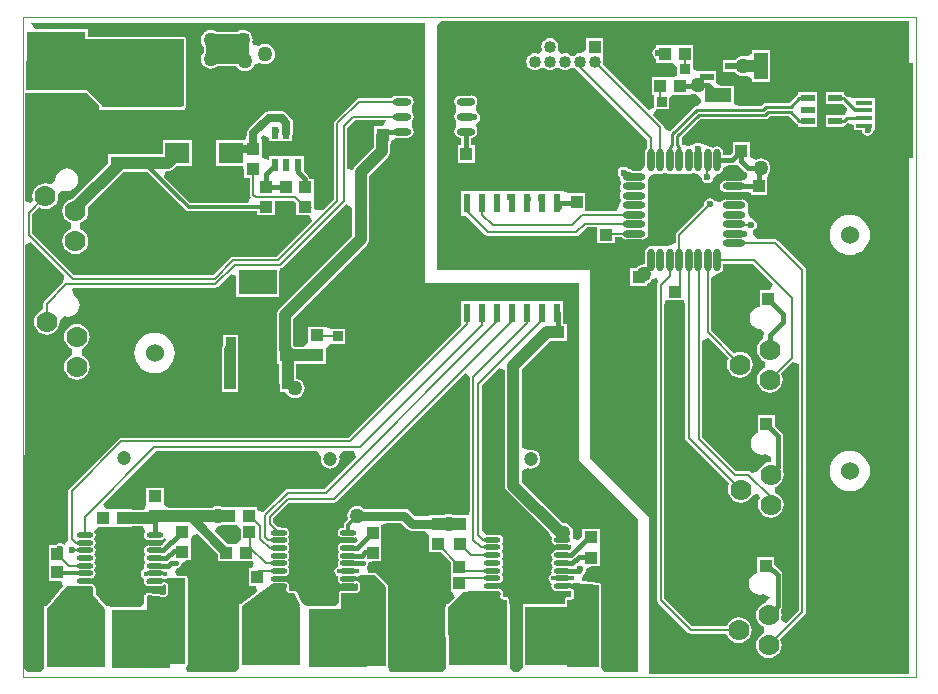
<source format=gtl>
G04 Layer_Physical_Order=1*
G04 Layer_Color=25308*
%FSLAX25Y25*%
%MOIN*%
G70*
G01*
G75*
%ADD10R,0.07874X0.07087*%
%ADD11R,0.03937X0.04331*%
%ADD12R,0.03500X0.03200*%
%ADD13R,0.07087X0.04331*%
%ADD14O,0.07677X0.02362*%
%ADD15O,0.02362X0.07677*%
%ADD16R,0.04500X0.09000*%
%ADD17R,0.04331X0.03937*%
%ADD18R,0.05315X0.01575*%
%ADD19R,0.07480X0.07480*%
%ADD20R,0.05512X0.06299*%
%ADD21R,0.04724X0.02362*%
%ADD22R,0.09000X0.04500*%
%ADD23O,0.06102X0.02362*%
%ADD24R,0.08071X0.03937*%
%ADD25R,0.27165X0.22244*%
%ADD26R,0.19685X0.19685*%
%ADD27R,0.19685X0.19685*%
%ADD28O,0.05512X0.01772*%
%ADD29R,0.13386X0.19685*%
%ADD30R,0.03200X0.03500*%
%ADD31R,0.12598X0.08268*%
%ADD32R,0.03543X0.08268*%
%ADD33R,0.02362X0.04331*%
%ADD34R,0.02362X0.06496*%
%ADD35C,0.00787*%
%ADD36C,0.01575*%
%ADD37C,0.02756*%
%ADD38C,0.03937*%
%ADD39C,0.01024*%
%ADD40C,0.01181*%
%ADD41C,0.03150*%
%ADD42C,0.00394*%
%ADD43C,0.04000*%
%ADD44R,0.04000X0.04000*%
G04:AMPARAMS|DCode=45|XSize=55.12mil|YSize=98.43mil|CornerRadius=0mil|HoleSize=0mil|Usage=FLASHONLY|Rotation=90.000|XOffset=0mil|YOffset=0mil|HoleType=Round|Shape=Octagon|*
%AMOCTAGOND45*
4,1,8,-0.04921,-0.01378,-0.04921,0.01378,-0.03543,0.02756,0.03543,0.02756,0.04921,0.01378,0.04921,-0.01378,0.03543,-0.02756,-0.03543,-0.02756,-0.04921,-0.01378,0.0*
%
%ADD45OCTAGOND45*%

%ADD46C,0.07000*%
%ADD47C,0.04724*%
%ADD48C,0.06000*%
%ADD49C,0.05000*%
%ADD50C,0.02362*%
%ADD51C,0.01772*%
G36*
X120789Y264832D02*
X120989Y264632D01*
Y238032D01*
X109389D01*
X109189Y237832D01*
X106089Y240932D01*
Y262485D01*
X111112D01*
X111112Y262485D01*
X111112Y262485D01*
X111267Y262515D01*
X111419Y262546D01*
X111419Y262546D01*
X111420Y262546D01*
X111550Y262633D01*
X111680Y262720D01*
X111680Y262720D01*
X111680Y262720D01*
X112109Y263149D01*
X112109Y263149D01*
X112109Y263149D01*
X112198Y263282D01*
X112283Y263410D01*
X112283Y263410D01*
X112283Y263410D01*
X112312Y263561D01*
X112343Y263717D01*
X112343Y263717D01*
X112343Y263717D01*
X112341Y265487D01*
X112318Y265603D01*
X112306Y265720D01*
X112288Y265755D01*
X112280Y265794D01*
X112214Y265892D01*
X112159Y265996D01*
X112128Y266021D01*
X112105Y266055D01*
X112007Y266120D01*
X111916Y266195D01*
X111475Y266430D01*
X111363Y266464D01*
X111254Y266509D01*
X111214D01*
X111176Y266521D01*
X111058Y266509D01*
X110941D01*
X110904Y266494D01*
X110864Y266490D01*
X110760Y266434D01*
X110701Y266410D01*
X110421Y266354D01*
X110335Y266371D01*
X106594D01*
X106565Y266366D01*
X106128Y266656D01*
X106232Y267807D01*
X106595Y268077D01*
X110335D01*
X110702Y268150D01*
X110765Y268109D01*
X111417Y267979D01*
X112070Y268109D01*
X112554Y268432D01*
X117189D01*
X120789Y264832D01*
D02*
G37*
G36*
X70669Y285236D02*
X71457Y285236D01*
X72638Y283757D01*
Y280498D01*
X72031Y279536D01*
X70995Y278937D01*
X70472D01*
X69685Y278937D01*
X68170D01*
X64107Y283000D01*
X64893Y284726D01*
X65011Y284880D01*
X65819Y284986D01*
X66422Y285236D01*
X70669D01*
D02*
G37*
G36*
X54051Y238697D02*
X44996D01*
X44602Y239090D01*
X41452Y242240D01*
Y251689D01*
X41211Y261361D01*
X41577Y261701D01*
X47088Y261148D01*
X47109Y261150D01*
X47128Y261145D01*
X47264Y261165D01*
X47400Y261178D01*
X47418Y261188D01*
X47438Y261191D01*
X47556Y261261D01*
X47677Y261325D01*
X47690Y261341D01*
X47707Y261351D01*
X48078Y261687D01*
X48090Y261703D01*
X48107Y261714D01*
X48183Y261828D01*
X48265Y261938D01*
X48270Y261958D01*
X48281Y261975D01*
X48308Y262109D01*
X48341Y262242D01*
X48338Y262262D01*
X48342Y262282D01*
Y265177D01*
X48334Y265216D01*
X48338Y265255D01*
X48304Y265368D01*
X48281Y265484D01*
X48259Y265517D01*
X48247Y265555D01*
X48173Y265647D01*
X48107Y265744D01*
X48074Y265767D01*
X48049Y265797D01*
X47945Y265853D01*
X47847Y265919D01*
X47807Y265926D01*
X47772Y265945D01*
X47272Y266097D01*
X47233Y266101D01*
X47196Y266116D01*
X47078D01*
X46961Y266127D01*
X46923Y266116D01*
X46883D01*
X46774Y266071D01*
X46661Y266037D01*
X46630Y266011D01*
X46593Y265996D01*
X46510Y265913D01*
X46419Y265838D01*
X46408Y265818D01*
X46107Y265617D01*
X45854Y265567D01*
X45768Y265584D01*
X42028D01*
X41941Y265567D01*
X41688Y265617D01*
X41400Y265809D01*
X41208Y266097D01*
X41140Y266437D01*
X41239Y266933D01*
Y267009D01*
X41254Y267083D01*
X41584Y267310D01*
X41676Y267349D01*
X41701Y267355D01*
X42028Y267290D01*
X45768D01*
X46420Y267420D01*
X46432Y267428D01*
X46591Y267321D01*
X47244Y267192D01*
X47897Y267321D01*
X48069Y267437D01*
X54051D01*
Y238697D01*
D02*
G37*
G36*
X121029Y420054D02*
X119929Y418086D01*
X117102D01*
Y415960D01*
X116976Y415656D01*
X116881Y414936D01*
Y410969D01*
X110633Y404721D01*
X110191Y404146D01*
X109914Y403475D01*
X108094Y403961D01*
Y417611D01*
X110573Y420090D01*
X121007D01*
X121029Y420054D01*
D02*
G37*
G36*
X147368Y335690D02*
X148898Y334569D01*
X148894Y334547D01*
X148894Y334547D01*
Y290242D01*
X148622Y288386D01*
X146926Y288386D01*
X143738D01*
X143587Y288501D01*
X142787Y288833D01*
X141929Y288946D01*
X141071Y288833D01*
X140271Y288501D01*
X140121Y288386D01*
X135236D01*
Y288038D01*
X130722D01*
X128868Y289892D01*
X128087Y290414D01*
X127165Y290598D01*
X113679D01*
X113075Y291060D01*
X112276Y291392D01*
X111417Y291505D01*
X110559Y291392D01*
X109759Y291060D01*
X109073Y290534D01*
X108546Y289847D01*
X108214Y289047D01*
X108101Y288189D01*
X108214Y287331D01*
X108319Y287078D01*
X107471Y286230D01*
X107167Y285774D01*
X107060Y285236D01*
Y284285D01*
X106594D01*
X106595D01*
X105942Y284155D01*
X105941Y284155D01*
X105388Y283785D01*
X105059Y283292D01*
X105059Y283292D01*
Y283292D01*
X105058Y283291D01*
X105018Y283232D01*
X105018Y283232D01*
X104985Y283063D01*
X104985Y283063D01*
X104888Y282579D01*
X105018Y281926D01*
X105388Y281372D01*
X105942Y281003D01*
X106594Y280873D01*
X110335D01*
X110987Y281003D01*
X111078Y281063D01*
X111519Y280828D01*
X111520Y279933D01*
X110685Y279097D01*
X110335Y279167D01*
X106594D01*
X105942Y279037D01*
X105388Y278667D01*
X105018Y278114D01*
X104888Y277461D01*
X105018Y276808D01*
X105388Y276254D01*
Y276108D01*
X105018Y275554D01*
X104888Y274902D01*
X105018Y274249D01*
X105388Y273695D01*
Y273549D01*
X105018Y272995D01*
X104888Y272343D01*
X104997Y271798D01*
X104859Y271261D01*
X104306Y270891D01*
X103936Y270338D01*
X103806Y269685D01*
X103936Y269032D01*
X104306Y268479D01*
X104660Y268242D01*
X104875Y268023D01*
X104959Y267579D01*
X104888Y267224D01*
X105018Y266571D01*
X105388Y266018D01*
X105942Y265648D01*
X106594Y265518D01*
X110335D01*
X110987Y265648D01*
X111097Y265722D01*
X111538Y265486D01*
X111541Y263716D01*
X111112Y263287D01*
X106089D01*
X105782Y263226D01*
X105521Y263052D01*
X105347Y262792D01*
X105286Y262485D01*
Y259463D01*
X103894Y258071D01*
X95276D01*
X95031Y258071D01*
X93893Y258461D01*
X92940Y259085D01*
X92940Y259085D01*
X91204Y262823D01*
X91122Y262936D01*
X91044Y263052D01*
X91030Y263062D01*
X91020Y263076D01*
X90900Y263148D01*
X90784Y263226D01*
X90767Y263230D01*
X90752Y263239D01*
X90614Y263260D01*
X90476Y263287D01*
X88799D01*
X88532Y263787D01*
X88683Y264013D01*
X88812Y264665D01*
X88683Y265318D01*
X88313Y265872D01*
X87759Y266242D01*
X87106Y266371D01*
X83366D01*
X83359Y266370D01*
X82972Y266687D01*
Y267762D01*
X83359Y268079D01*
X83366Y268077D01*
X87106D01*
X87759Y268207D01*
X88313Y268577D01*
X88683Y269130D01*
X88812Y269783D01*
X88683Y270436D01*
X88313Y270990D01*
Y271136D01*
X88683Y271690D01*
X88812Y272343D01*
X88683Y272995D01*
X88313Y273549D01*
Y273695D01*
X88683Y274249D01*
X88812Y274902D01*
X88683Y275554D01*
X88313Y276108D01*
Y276254D01*
X88683Y276808D01*
X88812Y277461D01*
X88683Y278114D01*
X88313Y278667D01*
Y278813D01*
X88683Y279367D01*
X88812Y280020D01*
X88683Y280673D01*
X88523Y280911D01*
X88346Y281299D01*
X88523Y281687D01*
X88683Y281926D01*
X88812Y282579D01*
X88716Y283063D01*
X88716Y283063D01*
X88683Y283232D01*
Y283232D01*
X88681Y283234D01*
X88643Y283291D01*
X88642Y283292D01*
X88503Y283500D01*
X88503Y283500D01*
X88313Y283785D01*
X88313Y283785D01*
X87759Y284155D01*
Y284155D01*
X87759Y284155D01*
X87113Y284284D01*
X87106Y284285D01*
X87106D01*
X85166Y284352D01*
X83488Y286031D01*
Y287395D01*
X88689Y292596D01*
X103642D01*
X103642Y292596D01*
X104103Y292687D01*
X104494Y292949D01*
X147275Y335730D01*
X147368Y335690D01*
D02*
G37*
G36*
X111168Y307851D02*
X100421Y297104D01*
X88230D01*
X87769Y297013D01*
X87378Y296751D01*
X80118Y289491D01*
X79140Y289660D01*
X78150Y290208D01*
Y291142D01*
X73425D01*
X72638Y291142D01*
X72047D01*
X71457D01*
X70669Y291142D01*
X66422D01*
X65819Y291392D01*
X64961Y291505D01*
X64102Y291392D01*
X63303Y291060D01*
X62927Y290772D01*
X55708D01*
X55413Y290733D01*
X55118Y290772D01*
X48536D01*
X47047Y291929D01*
X47047Y292740D01*
Y297441D01*
X41142D01*
Y292717D01*
X41142Y291929D01*
X40371Y290280D01*
X36202D01*
Y290453D01*
X31478D01*
X30691Y290453D01*
X30100D01*
X29509D01*
X28722Y290453D01*
X27528D01*
X26774Y292271D01*
X44322Y309819D01*
X98035D01*
X98292Y309633D01*
X99290Y307916D01*
X99286Y307851D01*
X99186Y307086D01*
X99294Y306264D01*
X99611Y305498D01*
X100116Y304840D01*
X100774Y304335D01*
X101540Y304018D01*
X102362Y303910D01*
X103184Y304018D01*
X103951Y304335D01*
X104609Y304840D01*
X105113Y305498D01*
X105431Y306264D01*
X105539Y307086D01*
X105438Y307851D01*
X105435Y307916D01*
X106432Y309633D01*
X106690Y309819D01*
X110352D01*
X111168Y307851D01*
D02*
G37*
G36*
X160720Y336745D02*
Y298300D01*
X160815Y297581D01*
X161093Y296910D01*
X161535Y296335D01*
X175365Y282504D01*
X176319Y280930D01*
X176318Y280929D01*
Y280929D01*
X176278Y280869D01*
X176278Y280869D01*
X176214Y280545D01*
X176186Y280405D01*
X176186Y280405D01*
X176148Y280217D01*
X176278Y279564D01*
X176648Y279010D01*
X177201Y278640D01*
X177854Y278510D01*
X181594D01*
X182247Y278640D01*
X182360Y278715D01*
X182801Y278480D01*
Y277591D01*
X181945Y276735D01*
X181594Y276804D01*
X177854D01*
X177201Y276675D01*
X176648Y276305D01*
X176278Y275751D01*
X176148Y275098D01*
X176278Y274446D01*
X176438Y274207D01*
X176615Y273819D01*
X176438Y273431D01*
X176278Y273192D01*
X176148Y272539D01*
X176278Y271886D01*
X176438Y271648D01*
X176615Y271260D01*
X176438Y270872D01*
X176278Y270633D01*
X176148Y269980D01*
X176257Y269436D01*
X176119Y268899D01*
X175565Y268529D01*
X175196Y267976D01*
X175066Y267323D01*
X175196Y266670D01*
X175565Y266116D01*
X175920Y265879D01*
X176278Y265515D01*
X176148Y264862D01*
X176278Y264209D01*
X176648Y263656D01*
X177201Y263286D01*
X177854Y263156D01*
X181594D01*
X182247Y263286D01*
X182360Y263361D01*
X182801Y263126D01*
Y261097D01*
X181019D01*
X180879Y260908D01*
X180809Y260862D01*
X180635Y260601D01*
X180574Y260294D01*
Y258661D01*
X166535D01*
Y237992D01*
X166535Y237402D01*
X165138Y236024D01*
X165138Y236024D01*
X163602D01*
X162205Y237402D01*
X162205Y237992D01*
Y258661D01*
X162071D01*
Y260294D01*
X162010Y260601D01*
X161836Y260862D01*
X161575Y261036D01*
X161491Y261097D01*
X160103D01*
X159867Y261538D01*
X159942Y261650D01*
X160072Y262303D01*
X159942Y262956D01*
X159573Y263509D01*
X159019Y263879D01*
X158366Y264009D01*
X154626D01*
X154483Y264125D01*
X154465Y265282D01*
X154959Y265715D01*
X158366D01*
X159019Y265845D01*
X159573Y266215D01*
X159942Y266768D01*
X160072Y267421D01*
X159942Y268074D01*
X159573Y268628D01*
Y268774D01*
X159942Y269327D01*
X160072Y269980D01*
X159942Y270633D01*
X159573Y271187D01*
Y271333D01*
D01*
X159942Y271886D01*
X160072Y272539D01*
X159942Y273192D01*
X159573Y273746D01*
Y273892D01*
X159942Y274446D01*
X160072Y275098D01*
X159942Y275751D01*
X159573Y276305D01*
Y276451D01*
X159942Y277005D01*
X160072Y277658D01*
X159942Y278310D01*
X159573Y278864D01*
Y279010D01*
X159942Y279564D01*
X160072Y280217D01*
X160035Y280405D01*
X159942Y280869D01*
X159573Y281423D01*
X159019Y281793D01*
X158366Y281923D01*
X154626D01*
X153141Y283174D01*
X152976Y283449D01*
Y331785D01*
X158752Y337561D01*
X160720Y336745D01*
D02*
G37*
G36*
X40376Y283792D02*
X40491Y283366D01*
X40541D01*
X40733Y282866D01*
X40451Y282444D01*
X40321Y281791D01*
X40451Y281138D01*
X40821Y280585D01*
X41375Y280215D01*
X42028Y280085D01*
X45768D01*
X46420Y280215D01*
X46974Y280585D01*
X47039Y280683D01*
X47539Y280531D01*
Y279731D01*
X46185Y278377D01*
X45777D01*
X45768Y278379D01*
X42028D01*
X41375Y278249D01*
X40821Y277880D01*
X40451Y277326D01*
X40321Y276673D01*
X40451Y276020D01*
X40611Y275781D01*
X40788Y275394D01*
X40611Y275006D01*
X40451Y274767D01*
X40321Y274114D01*
X40451Y273461D01*
X40611Y273222D01*
X40788Y272835D01*
X40611Y272447D01*
X40451Y272208D01*
X40321Y271555D01*
X40430Y271011D01*
X40292Y270474D01*
X39739Y270104D01*
X39594Y269888D01*
D01*
X39451Y269673D01*
X39369Y269550D01*
X39239Y268898D01*
X39253Y268826D01*
D01*
X39355Y268313D01*
X39369Y268245D01*
X39739Y267691D01*
X39971Y267536D01*
X40292Y267321D01*
X40292Y267321D01*
X40298Y267246D01*
X40451Y267090D01*
X40321Y266437D01*
X40451Y265784D01*
X40732Y265363D01*
D01*
X40804Y265256D01*
X40821Y265231D01*
X41242Y264949D01*
D01*
X41326Y264893D01*
X41375Y264861D01*
X42028Y264731D01*
X45768D01*
X46420Y264861D01*
X46974Y265231D01*
X47039Y265329D01*
X47539Y265177D01*
Y262282D01*
X47169Y261947D01*
X41657Y262500D01*
X41641Y262498D01*
X41639Y262498D01*
X41638Y262498D01*
X41635Y262498D01*
D01*
X41633Y262498D01*
X41633Y262498D01*
X41632Y262498D01*
X41632Y262498D01*
X41624Y262500D01*
X41622Y262500D01*
X41620Y262501D01*
X41618Y262501D01*
X41617Y262501D01*
X41617Y262501D01*
X41615Y262502D01*
X41615Y262502D01*
X41615Y262502D01*
X41611Y262503D01*
X41610Y262503D01*
X41610Y262503D01*
X41608Y262503D01*
X41607Y262504D01*
X41607Y262504D01*
X41607Y262504D01*
X41525Y262490D01*
X41511Y262488D01*
X41493Y262485D01*
Y262485D01*
X41481Y262483D01*
X41480Y262483D01*
X41480Y262483D01*
X41477Y262483D01*
X41477Y262483D01*
X41399Y262475D01*
X41387Y262474D01*
X41378Y262473D01*
X41365Y262472D01*
X41365Y262472D01*
X41352Y262471D01*
X41349Y262470D01*
X41348Y262470D01*
X41346Y262470D01*
X41346Y262470D01*
X41323Y262458D01*
X41306Y262455D01*
X41303Y262455D01*
X41301Y262455D01*
X41298Y262454D01*
X41298Y262454D01*
X41186Y262385D01*
X41069Y262323D01*
X41053Y262303D01*
X41031Y262290D01*
X40665Y261950D01*
X40650Y261929D01*
X40629Y261914D01*
X40558Y261803D01*
X40481Y261696D01*
X40481Y261696D01*
X40480Y261691D01*
X40479Y261689D01*
X40475Y261671D01*
X40462Y261650D01*
X40461Y261650D01*
X40461Y261647D01*
X40461Y261646D01*
X40460Y261644D01*
X40458Y261631D01*
X40458Y261631D01*
X40455Y261614D01*
X40454Y261609D01*
X40452Y261596D01*
X40439Y261520D01*
X40439Y261520D01*
X40434Y261498D01*
X40430Y261484D01*
X40408Y261391D01*
X40408Y261391D01*
X40408Y261391D01*
X40408Y261391D01*
X40409Y261390D01*
X40409Y261390D01*
X40409Y261390D01*
X40409Y261389D01*
X40409Y261388D01*
X40409Y261387D01*
X40409Y261384D01*
X40410Y261383D01*
X40410Y261382D01*
X40410Y261379D01*
X40411Y261377D01*
X40411Y261375D01*
X40412Y261366D01*
X40412Y261366D01*
X40412Y261366D01*
X40412Y261365D01*
X40412Y261363D01*
X40412Y261363D01*
X40411Y261360D01*
X40411Y261359D01*
X40411Y261357D01*
X40408Y261341D01*
X40408Y261341D01*
X40408Y261341D01*
X40408Y261340D01*
Y261340D01*
X40408Y261339D01*
X40408Y261331D01*
Y261330D01*
X40408Y261329D01*
X40409Y261317D01*
X40409Y261301D01*
X40414Y261114D01*
X40414Y261108D01*
D01*
X40414Y261104D01*
X40414Y261104D01*
X40414Y261104D01*
Y261104D01*
Y261103D01*
Y261103D01*
X40414Y261103D01*
X40459Y259283D01*
X39085Y257874D01*
X30315D01*
X30152D01*
X28346Y258268D01*
X28225D01*
X27998D01*
X27190Y258646D01*
X24266Y262212D01*
Y263904D01*
X24253Y263969D01*
X24256Y263997D01*
X24232Y264078D01*
X24205Y264211D01*
X24199Y264227D01*
X24180Y264255D01*
X24170Y264256D01*
X24115Y264531D01*
X24027Y264664D01*
D01*
X23993Y264714D01*
X23746Y265084D01*
X23325Y265366D01*
D01*
X23240Y265422D01*
X23192Y265454D01*
X22539Y265584D01*
X18799D01*
X18701Y265665D01*
Y267209D01*
X18799Y267290D01*
X22539D01*
X23192Y267420D01*
X23746Y267790D01*
X24115Y268343D01*
X24245Y268996D01*
X24115Y269649D01*
X23956Y269888D01*
X23779Y270276D01*
X23956Y270663D01*
X24115Y270902D01*
X24245Y271555D01*
X24115Y272208D01*
X23956Y272447D01*
X23779Y272835D01*
X23956Y273222D01*
X24115Y273461D01*
X24245Y274114D01*
X24115Y274767D01*
X23956Y275006D01*
X23779Y275394D01*
X23956Y275781D01*
X24115Y276020D01*
X24245Y276673D01*
X24115Y277326D01*
X23956Y277565D01*
X23779Y277953D01*
X23956Y278340D01*
X24115Y278579D01*
X24245Y279232D01*
X24115Y279885D01*
X23746Y280438D01*
Y280585D01*
X24115Y281138D01*
X24245Y281791D01*
X24115Y282444D01*
X23833Y282866D01*
X24026Y283366D01*
X24379D01*
X24407Y283693D01*
X24531Y284054D01*
X24897Y284547D01*
X28722D01*
X29509Y284547D01*
X30100D01*
X30691D01*
X31478Y284547D01*
X36202D01*
Y284720D01*
X39856D01*
X40376Y283792D01*
D02*
G37*
G36*
X87941Y264933D02*
X87994Y264665D01*
X87926Y264326D01*
X87865Y264233D01*
X87819Y264124D01*
X87764Y264020D01*
X87760Y263981D01*
X87745Y263944D01*
Y263826D01*
X87733Y263709D01*
X87745Y263671D01*
Y263631D01*
X87790Y263522D01*
X87824Y263409D01*
X88091Y262909D01*
X88166Y262818D01*
X88232Y262720D01*
X88265Y262698D01*
X88290Y262667D01*
X88394Y262611D01*
X88492Y262546D01*
X88531Y262538D01*
X88566Y262519D01*
X88684Y262508D01*
X88799Y262485D01*
X90476D01*
X92394Y258354D01*
X92075Y257854D01*
X75472D01*
X73232Y257782D01*
X73071Y258256D01*
X82972Y265354D01*
X87372D01*
X87941Y264933D01*
D02*
G37*
G36*
X128021Y283927D02*
X128803Y283405D01*
X129724Y283221D01*
X134174D01*
X134174Y283221D01*
X135236Y281693D01*
X135236Y280906D01*
Y276181D01*
X139242D01*
X142717Y272707D01*
Y268307D01*
Y262795D01*
X143131D01*
X143884Y260977D01*
X141569Y258661D01*
X140945D01*
Y258010D01*
X140826Y257833D01*
X140765Y257525D01*
Y248372D01*
X140826Y248064D01*
X140945Y247887D01*
Y237992D01*
X140945Y237402D01*
X139548Y236024D01*
X139547Y236024D01*
X122781D01*
X122472Y236388D01*
X122166Y236940D01*
X121784Y237992D01*
X121792Y238032D01*
Y264632D01*
X121731Y264940D01*
X121557Y265200D01*
X121557Y265200D01*
X121357Y265400D01*
X117757Y269000D01*
X117496Y269174D01*
X117189Y269235D01*
X115143D01*
X114546Y271204D01*
X114592Y271235D01*
X114962Y271788D01*
X114962Y271788D01*
X114976Y271860D01*
X115092Y272441D01*
Y272441D01*
X116816Y273031D01*
X119488D01*
Y278543D01*
X119488Y278543D01*
X119488Y278543D01*
Y279725D01*
X119488D01*
X119488Y279725D01*
Y283812D01*
X119488Y285236D01*
X121231Y285781D01*
X126168D01*
X128021Y283927D01*
D02*
G37*
G36*
X182418Y265747D02*
X183071Y265617D01*
X183724Y265747D01*
X183765Y265774D01*
X191877Y265123D01*
Y237923D01*
X191777Y237823D01*
X181377D01*
Y260294D01*
X182801D01*
X183108Y260355D01*
X183369Y260529D01*
X183543Y260789D01*
X183604Y261097D01*
Y263126D01*
X183581Y263241D01*
X183569Y263359D01*
X183550Y263394D01*
X183543Y263433D01*
X183477Y263531D01*
X183421Y263635D01*
X183391Y263660D01*
X183369Y263693D01*
X183270Y263759D01*
X183179Y263834D01*
X182738Y264069D01*
X182625Y264104D01*
X182516Y264149D01*
X182477D01*
X182439Y264160D01*
X182321Y264149D01*
X182203D01*
X182166Y264134D01*
X182127Y264130D01*
X182023Y264074D01*
X181958Y264047D01*
X181681Y263992D01*
X181594Y264009D01*
X178591D01*
X177948Y264652D01*
X177877Y265123D01*
X177877Y265123D01*
X178039Y265715D01*
X181594D01*
X182247Y265845D01*
X182259Y265853D01*
X182418Y265747D01*
D02*
G37*
G36*
X295300Y453058D02*
Y452566D01*
Y439100D01*
X296572D01*
Y407600D01*
X295300Y407579D01*
Y235539D01*
X208784D01*
X208587Y235735D01*
Y287704D01*
X189000Y307291D01*
Y370283D01*
X137918D01*
Y451764D01*
X139310Y453156D01*
X295300Y453058D01*
D02*
G37*
G36*
X64960Y275334D02*
Y273031D01*
X69685D01*
X70472Y273031D01*
X71063D01*
X71653D01*
X72441Y273031D01*
X76574D01*
X76824Y272932D01*
X77109Y272638D01*
X76295Y270717D01*
X76238Y270669D01*
X75394D01*
Y264764D01*
X77555D01*
X78157Y262890D01*
X72604Y258908D01*
X72577Y258879D01*
X72542Y258859D01*
X72470Y258766D01*
X72390Y258679D01*
X72383Y258661D01*
X72047D01*
Y237992D01*
X72047Y237402D01*
X70650Y236024D01*
X70649Y236024D01*
X54739D01*
X54358Y237955D01*
X54619Y238129D01*
X54793Y238389D01*
X54854Y238697D01*
Y267437D01*
X54793Y267744D01*
X54619Y268004D01*
X54358Y268178D01*
X54051Y268239D01*
X51455D01*
X50522Y269331D01*
X50639Y269613D01*
X51422Y270783D01*
X51834Y270865D01*
X52387Y271235D01*
X52757Y271788D01*
X52757Y271788D01*
X52771Y271860D01*
X52772Y271860D01*
X52772Y271860D01*
X52887Y272441D01*
X54657Y273524D01*
X55906D01*
Y279035D01*
X55906Y279035D01*
X55906D01*
Y279035D01*
Y280217D01*
X56215Y281460D01*
X58171Y282124D01*
X64960Y275334D01*
D02*
G37*
G36*
X4304Y447081D02*
X53604D01*
Y425057D01*
X53304Y424681D01*
X26304D01*
Y425081D01*
X21204Y430181D01*
X21104Y430281D01*
X1362D01*
X1013Y430639D01*
X1488Y449248D01*
X1952Y449433D01*
X4304Y447081D01*
D02*
G37*
G36*
X134153Y365945D02*
X185335D01*
Y306890D01*
X205020Y287205D01*
X205020D01*
Y236024D01*
X193862D01*
X193610Y236260D01*
X192680Y237923D01*
Y237923D01*
X192680Y237992D01*
Y265123D01*
X192656Y265245D01*
X192641Y265370D01*
X192625Y265398D01*
X192619Y265430D01*
X192549Y265534D01*
X192488Y265643D01*
X192463Y265663D01*
X192445Y265690D01*
X192341Y265760D01*
X192243Y265837D01*
X192211Y265846D01*
X192184Y265864D01*
X192062Y265889D01*
X191941Y265923D01*
X186591Y266353D01*
X186488Y266407D01*
X186340Y266795D01*
X186595Y268618D01*
X187246Y269053D01*
X187681Y269704D01*
X187834Y270472D01*
X189626Y271555D01*
X192421D01*
Y277067D01*
X192421Y277067D01*
Y277067D01*
Y278248D01*
X192421D01*
X192421Y279035D01*
Y283760D01*
X186516D01*
Y281337D01*
X185087Y280004D01*
X184802Y280038D01*
X184051Y280421D01*
X183130Y280930D01*
X183189Y281143D01*
X183321Y281622D01*
X183434Y282480D01*
X183434Y282480D01*
X183393Y282789D01*
X183321Y283338D01*
X182990Y284138D01*
X182463Y284825D01*
X181776Y285352D01*
X180976Y285683D01*
X180118Y285796D01*
X179956Y285775D01*
X166280Y299451D01*
Y302946D01*
X166754Y303409D01*
X168248Y304110D01*
X168469Y304018D01*
X169291Y303910D01*
X170114Y304018D01*
X170880Y304335D01*
X171538Y304840D01*
X172043Y305498D01*
X172360Y306264D01*
X172468Y307086D01*
X172360Y307909D01*
X172043Y308675D01*
X171538Y309333D01*
X170880Y309838D01*
X170114Y310155D01*
X169291Y310263D01*
X168469Y310155D01*
X168248Y310064D01*
X166754Y310764D01*
X166280Y311227D01*
Y337049D01*
X175861Y346630D01*
X178248D01*
X178429Y346654D01*
X181201D01*
Y352166D01*
X180098D01*
Y359744D01*
X176161D01*
Y359744D01*
X175098D01*
Y359744D01*
X172067D01*
X171161Y359744D01*
X171161Y359744D01*
X170098D01*
Y359744D01*
X170098Y359744D01*
X167067D01*
X166161Y359744D01*
X165630D01*
X165098D01*
X164193Y359744D01*
X162067D01*
X161161Y359744D01*
X161161Y359744D01*
X160098D01*
Y359744D01*
X160098Y359744D01*
X157067D01*
X156161Y359744D01*
X156161Y359744D01*
X155098D01*
Y359744D01*
X155098Y359744D01*
X151161D01*
Y359744D01*
X150098D01*
Y359744D01*
X146161D01*
Y351900D01*
X108458Y314196D01*
X32792D01*
X32792Y314196D01*
X32331Y314105D01*
X31941Y313844D01*
X31941Y313844D01*
X15349Y297252D01*
X15087Y296861D01*
X14996Y296400D01*
X14996Y296400D01*
Y280650D01*
X14996Y280650D01*
X15087Y280190D01*
X15121Y280038D01*
X14034Y278671D01*
X13958Y278606D01*
X13588Y278740D01*
X13218Y278987D01*
X13170Y279020D01*
X12402Y279172D01*
X12402Y279172D01*
X12390Y279170D01*
X11633Y279020D01*
X10982Y278585D01*
X10961Y278553D01*
X8591D01*
Y274521D01*
X8591Y272596D01*
X8591Y272553D01*
D01*
X8591D01*
X8591Y272553D01*
Y266647D01*
X12584D01*
X13488Y264679D01*
X7982Y258268D01*
X7087D01*
Y237992D01*
X7087Y237008D01*
X5526Y236024D01*
X5526Y236024D01*
X1689D01*
X298Y237417D01*
X619Y378654D01*
X2590Y379467D01*
X13586Y368471D01*
X13727Y367835D01*
X13697Y367423D01*
X13293Y365980D01*
X7144Y359831D01*
X6883Y359440D01*
X6791Y358980D01*
X6791Y358980D01*
Y356996D01*
X5833Y356599D01*
X4938Y355912D01*
X4250Y355016D01*
X3818Y353973D01*
X3671Y352854D01*
X3818Y351735D01*
X4250Y350692D01*
X4938Y349796D01*
X5833Y349109D01*
X6876Y348677D01*
X7995Y348530D01*
X9115Y348677D01*
X10158Y349109D01*
X11053Y349796D01*
X11740Y350692D01*
X12172Y351735D01*
X12320Y352854D01*
X12238Y353473D01*
X12257Y353505D01*
X13358Y354504D01*
X13970Y354778D01*
X14106Y354722D01*
X15082Y354594D01*
X16058Y354722D01*
X16968Y355099D01*
X17749Y355698D01*
X18349Y356480D01*
X18726Y357390D01*
X18854Y358366D01*
X18726Y359342D01*
X18349Y360252D01*
X17749Y361034D01*
X16968Y361633D01*
X16415Y363774D01*
X16438Y363891D01*
X16604Y364166D01*
X16772Y364248D01*
X64075D01*
X64075Y364248D01*
X64536Y364340D01*
X64926Y364601D01*
X69193Y368868D01*
X71161Y368052D01*
Y361220D01*
X85335D01*
Y368886D01*
X85827Y370745D01*
X86288Y370836D01*
X86678Y371097D01*
X107741Y392160D01*
X107741Y392160D01*
X109437Y391154D01*
X109819Y390846D01*
Y381565D01*
X85338Y357084D01*
X84896Y356508D01*
X84618Y355838D01*
X84523Y355118D01*
Y343701D01*
X84618Y342981D01*
X84744Y342677D01*
Y338780D01*
X85508D01*
Y332480D01*
X85532Y332300D01*
Y329527D01*
X87482D01*
X87680Y329051D01*
X88207Y328364D01*
X88893Y327837D01*
X89693Y327506D01*
X90551Y327393D01*
X91409Y327506D01*
X92209Y327837D01*
X92896Y328364D01*
X93423Y329051D01*
X93754Y329851D01*
X93867Y330709D01*
X93754Y331567D01*
X93423Y332366D01*
X92896Y333053D01*
X92209Y333580D01*
X91409Y333911D01*
X91067Y333957D01*
Y338953D01*
X97933D01*
X98114Y338976D01*
X100886D01*
Y343701D01*
X102168Y345261D01*
X102602Y345523D01*
X102663Y345541D01*
X107407D01*
Y350616D01*
X102632D01*
X102632Y350616D01*
Y350616D01*
X102632Y350616D01*
X100886Y351152D01*
Y351181D01*
X94980D01*
Y346480D01*
X94980Y345669D01*
X93491Y344512D01*
X90423D01*
X90253Y344682D01*
X90083Y344852D01*
Y353967D01*
X114564Y378448D01*
X115006Y379024D01*
X115283Y379694D01*
X115378Y380413D01*
Y401605D01*
X121626Y407853D01*
X122068Y408428D01*
X122345Y409099D01*
X122440Y409818D01*
Y412180D01*
X122613D01*
Y412809D01*
X122843Y413148D01*
X124483Y414287D01*
X128224D01*
X128992Y414440D01*
X129643Y414875D01*
X130078Y415526D01*
X130231Y416294D01*
X130078Y417063D01*
X129643Y417714D01*
X129641Y417719D01*
Y419870D01*
X129643Y419875D01*
X130078Y420526D01*
X130231Y421294D01*
X130078Y422062D01*
X129643Y422714D01*
X129641Y422719D01*
Y424870D01*
X129643Y424875D01*
X130078Y425526D01*
X130231Y426294D01*
X130078Y427063D01*
X129643Y427714D01*
X128992Y428149D01*
X128224Y428301D01*
X124483D01*
X123715Y428149D01*
X123064Y427714D01*
X122921Y427499D01*
X112121D01*
X111660Y427407D01*
X111270Y427146D01*
X103971Y419848D01*
X103710Y419457D01*
X103619Y418996D01*
X103619Y418996D01*
Y393707D01*
X99988Y390077D01*
X97462Y390246D01*
X97077Y390681D01*
X97169Y391142D01*
X97077Y391603D01*
X96949Y391795D01*
Y393110D01*
X96949Y393898D01*
X96949Y393898D01*
Y395079D01*
X96949D01*
X96949Y395079D01*
Y400591D01*
X95562D01*
X95500Y400906D01*
X95479Y401008D01*
X95131Y401529D01*
X95131Y401529D01*
X93542Y403119D01*
Y408268D01*
X82125D01*
Y407137D01*
X81693Y406849D01*
X80176Y407487D01*
X79724Y407901D01*
Y413189D01*
X79724D01*
X79458Y414436D01*
X80156Y415070D01*
X82125Y414199D01*
Y412992D01*
X89802D01*
Y414993D01*
X89873Y415100D01*
X90041Y415945D01*
Y419254D01*
X89873Y420098D01*
X89394Y420815D01*
X87782Y422427D01*
X87065Y422906D01*
X86221Y423074D01*
X81890D01*
X81045Y422906D01*
X80329Y422427D01*
X75210Y417309D01*
X74732Y416593D01*
X74564Y415748D01*
Y415185D01*
X73917Y413484D01*
X64468D01*
Y404823D01*
X73204D01*
X73204Y404823D01*
Y404823D01*
X73819Y403109D01*
Y400984D01*
X75567D01*
Y395276D01*
X75567Y395276D01*
X75659Y394815D01*
X75859Y394515D01*
X75782Y394138D01*
X75014Y392547D01*
X55798D01*
X47038Y401307D01*
X47791Y403126D01*
X48228D01*
X48948Y403221D01*
X49618Y403498D01*
X50194Y403940D01*
X51077Y404823D01*
X56201D01*
Y413484D01*
X46752D01*
Y408685D01*
X44783D01*
Y408858D01*
X28248D01*
Y405506D01*
X16751Y394009D01*
X16384Y393960D01*
X15341Y393528D01*
X14445Y392841D01*
X13758Y391946D01*
X13326Y390903D01*
X13179Y389783D01*
X13326Y388664D01*
X13758Y387621D01*
X14445Y386725D01*
X15341Y386038D01*
X15926Y385796D01*
X15967Y385632D01*
Y383935D01*
X15926Y383771D01*
X15341Y383528D01*
X14445Y382841D01*
X13758Y381946D01*
X13326Y380903D01*
X13179Y379783D01*
X13326Y378664D01*
X13758Y377621D01*
X14445Y376726D01*
X15341Y376038D01*
X16384Y375606D01*
X17503Y375459D01*
X18622Y375606D01*
X19665Y376038D01*
X20561Y376726D01*
X21248Y377621D01*
X21680Y378664D01*
X21828Y379783D01*
X21680Y380903D01*
X21248Y381946D01*
X20561Y382841D01*
X19665Y383528D01*
X19080Y383771D01*
X19039Y383935D01*
Y385632D01*
X19080Y385796D01*
X19665Y386038D01*
X20561Y386725D01*
X21248Y387621D01*
X21680Y388664D01*
X21828Y389783D01*
X21680Y390903D01*
X21630Y391025D01*
X33557Y402953D01*
X41419D01*
X54223Y390148D01*
X54679Y389844D01*
X55216Y389737D01*
X78051D01*
Y388386D01*
X83957D01*
Y393284D01*
X90151D01*
X91043Y392391D01*
Y388386D01*
X95513D01*
X96329Y386417D01*
X84442Y374531D01*
X69980D01*
X69980Y374531D01*
X69520Y374439D01*
X69129Y374178D01*
X63379Y368429D01*
X17034D01*
X3173Y382290D01*
Y388750D01*
X5426Y391003D01*
X6384Y390606D01*
X7503Y390459D01*
X8623Y390606D01*
X9665Y391038D01*
X10561Y391725D01*
X11248Y392621D01*
X11680Y393664D01*
X11828Y394783D01*
X11746Y395402D01*
X11765Y395434D01*
X12866Y396433D01*
X13477Y396708D01*
X13613Y396651D01*
X14590Y396523D01*
X15566Y396651D01*
X16476Y397028D01*
X17257Y397628D01*
X17857Y398409D01*
X18234Y399319D01*
X18362Y400295D01*
X18234Y401271D01*
X17857Y402181D01*
X17257Y402963D01*
X16476Y403562D01*
X15566Y403939D01*
X14590Y404068D01*
X13613Y403939D01*
X12704Y403562D01*
X11922Y402963D01*
X11323Y402181D01*
X10946Y401271D01*
X10817Y400295D01*
X10844Y400096D01*
X10500Y399639D01*
X9303Y398806D01*
X9127Y398751D01*
X8623Y398960D01*
X7503Y399108D01*
X6384Y398960D01*
X5341Y398528D01*
X4445Y397841D01*
X3758Y396946D01*
X3326Y395903D01*
X3179Y394783D01*
X3326Y393664D01*
X3467Y393324D01*
X2619Y392476D01*
X653Y393294D01*
X734Y429134D01*
X21116D01*
X25219Y425031D01*
Y423644D01*
X53959D01*
Y424215D01*
X54231Y424556D01*
X54283Y424656D01*
X54346Y424750D01*
X54355Y424794D01*
X54375Y424834D01*
X54385Y424946D01*
X54407Y425057D01*
Y447081D01*
X54346Y447388D01*
X54172Y447649D01*
X53911Y447823D01*
X53604Y447884D01*
X21555D01*
Y450394D01*
X4029D01*
X2715Y452362D01*
X2796Y452559D01*
X134153D01*
Y365945D01*
D02*
G37*
G36*
X158706Y263123D02*
X158994Y262931D01*
X159186Y262643D01*
X159254Y262303D01*
X159181Y261940D01*
X159155Y261875D01*
X159099Y261771D01*
X159095Y261731D01*
X159080Y261694D01*
Y261577D01*
X159068Y261459D01*
X159080Y261421D01*
Y261381D01*
X159125Y261272D01*
X159159Y261159D01*
X159395Y260718D01*
X159470Y260627D01*
X159535Y260529D01*
X159568Y260507D01*
X159594Y260476D01*
X159698Y260421D01*
X159796Y260355D01*
X159835Y260347D01*
X159870Y260329D01*
X159987Y260317D01*
X160103Y260294D01*
X161268D01*
Y248825D01*
X161154Y248372D01*
X141568D01*
Y257525D01*
X146838Y262795D01*
X148228D01*
Y263037D01*
X153969D01*
X156929Y263156D01*
X158366D01*
X158452Y263173D01*
X158706Y263123D01*
D02*
G37*
G36*
X18146Y264861D02*
X18799Y264731D01*
X22539D01*
X22626Y264748D01*
X22879Y264698D01*
X23167Y264506D01*
X23359Y264218D01*
X23383Y264099D01*
X23398Y264063D01*
X23401Y264024D01*
X23457Y263920D01*
X23463Y263904D01*
Y261925D01*
X27178Y257395D01*
X26998Y256928D01*
X17656Y255527D01*
X8151Y256552D01*
X7967Y257017D01*
X14802Y264976D01*
X17974D01*
X18146Y264861D01*
D02*
G37*
%LPC*%
G36*
X275590Y309875D02*
X274278Y309746D01*
X273017Y309363D01*
X271854Y308741D01*
X270835Y307905D01*
X269999Y306886D01*
X269377Y305723D01*
X268994Y304462D01*
X268865Y303150D01*
X268994Y301838D01*
X269377Y300576D01*
X269999Y299413D01*
X270835Y298394D01*
X271854Y297558D01*
X273017Y296936D01*
X274278Y296553D01*
X275590Y296424D01*
X276903Y296553D01*
X278164Y296936D01*
X279327Y297558D01*
X280346Y298394D01*
X281182Y299413D01*
X281804Y300576D01*
X282187Y301838D01*
X282316Y303150D01*
X282187Y304462D01*
X281804Y305723D01*
X281182Y306886D01*
X280346Y307905D01*
X279327Y308741D01*
X278164Y309363D01*
X276903Y309746D01*
X275590Y309875D01*
D02*
G37*
G36*
X39589Y438333D02*
X38408D01*
X37689Y438238D01*
X37018Y437961D01*
X36443Y437519D01*
X36001Y436943D01*
X35723Y436273D01*
X35628Y435553D01*
X35723Y434834D01*
X36001Y434164D01*
X36443Y433588D01*
X37018Y433146D01*
X37689Y432868D01*
X38408Y432774D01*
X39589D01*
X40308Y432868D01*
X40979Y433146D01*
X41554Y433588D01*
X41996Y434164D01*
X42274Y434834D01*
X42369Y435553D01*
X42274Y436273D01*
X41996Y436943D01*
X41554Y437519D01*
X40979Y437961D01*
X40308Y438238D01*
X39589Y438333D01*
D02*
G37*
G36*
X273819Y429331D02*
X267520D01*
Y425394D01*
X273212D01*
X274624Y423931D01*
X274600Y423490D01*
X274025Y422100D01*
X273962Y422050D01*
X273662Y421850D01*
X267520D01*
Y417913D01*
X273819D01*
Y418015D01*
X275000Y419051D01*
X276969Y418420D01*
Y416732D01*
X279627D01*
X279740Y416161D01*
X280175Y415510D01*
X280826Y415075D01*
X281594Y414922D01*
X282363Y415075D01*
X283014Y415510D01*
X283449Y416161D01*
X283562Y416732D01*
X283858D01*
Y419291D01*
Y421850D01*
Y424409D01*
Y427559D01*
X276969D01*
X276969Y427559D01*
Y427559D01*
X275093Y427784D01*
X274767Y427869D01*
X274480Y428299D01*
X274050Y428586D01*
X273819Y428632D01*
Y429331D01*
D02*
G37*
G36*
X249158Y443476D02*
X243083D01*
Y442448D01*
X242741Y442101D01*
X241114Y441310D01*
X240917Y441392D01*
X240059Y441505D01*
X239201Y441392D01*
X238401Y441060D01*
X237715Y440534D01*
X237426Y440157D01*
X233366D01*
Y436220D01*
X237426D01*
X237715Y435844D01*
X238401Y435318D01*
X239201Y434986D01*
X240059Y434873D01*
X240917Y434986D01*
X241114Y435068D01*
X242741Y434277D01*
X243083Y433930D01*
Y432902D01*
X249158D01*
Y443476D01*
D02*
G37*
G36*
X73228Y450166D02*
X72370Y450053D01*
X71570Y449722D01*
X71440Y449622D01*
X64387D01*
X64256Y449722D01*
X63457Y450053D01*
X62598Y450166D01*
X61740Y450053D01*
X60940Y449722D01*
X60735Y449564D01*
X60716Y449561D01*
X60456Y449387D01*
X60406Y449312D01*
X60254Y449195D01*
X59727Y448508D01*
X59396Y447709D01*
X59283Y446850D01*
X59396Y445992D01*
X59727Y445192D01*
X60221Y444549D01*
Y442853D01*
X59727Y442209D01*
X59396Y441409D01*
X59283Y440551D01*
X59396Y439693D01*
X59727Y438893D01*
X60254Y438207D01*
X60940Y437680D01*
X61740Y437348D01*
X62598Y437235D01*
X63457Y437348D01*
X64256Y437680D01*
X64900Y438173D01*
X71116D01*
X71144Y438106D01*
X71671Y437419D01*
X72358Y436892D01*
X73158Y436561D01*
X74016Y436448D01*
X74874Y436561D01*
X75674Y436892D01*
X76360Y437419D01*
X76887Y438106D01*
X77030Y438451D01*
X77033Y438453D01*
X78709Y439132D01*
X79240Y439176D01*
X79851Y438923D01*
X80709Y438810D01*
X81567Y438923D01*
X82367Y439254D01*
X83053Y439781D01*
X83580Y440468D01*
X83912Y441268D01*
X84024Y442126D01*
X83912Y442984D01*
X83580Y443784D01*
X83053Y444471D01*
X82367Y444998D01*
X81567Y445329D01*
X80709Y445442D01*
X79851Y445329D01*
X79051Y444998D01*
X79031Y444982D01*
X77030Y445274D01*
X76667Y445493D01*
X76431Y445992D01*
X76544Y446850D01*
X76431Y447709D01*
X76100Y448508D01*
X76000Y448639D01*
Y448819D01*
X75939Y449126D01*
X75765Y449387D01*
X75504Y449561D01*
X75197Y449622D01*
X75017D01*
X74886Y449722D01*
X74086Y450053D01*
X73228Y450166D01*
D02*
G37*
G36*
X175610Y447437D02*
X174883Y447342D01*
X174205Y447061D01*
X173622Y446614D01*
X173176Y446032D01*
X172895Y445354D01*
X172799Y444626D01*
X172895Y443898D01*
X172983Y443684D01*
X172916Y443572D01*
X171665Y442320D01*
X171552Y442253D01*
X171338Y442342D01*
X170610Y442437D01*
X169883Y442342D01*
X169205Y442061D01*
X168622Y441614D01*
X168176Y441032D01*
X167895Y440354D01*
X167799Y439626D01*
X167895Y438898D01*
X168176Y438220D01*
X168622Y437638D01*
X169205Y437191D01*
X169883Y436910D01*
X170610Y436814D01*
X171338Y436910D01*
X172016Y437191D01*
X172598Y437638D01*
X173622D01*
X174205Y437191D01*
X174883Y436910D01*
X175610Y436814D01*
X176338Y436910D01*
X177016Y437191D01*
X177598Y437638D01*
X178622D01*
X179205Y437191D01*
X179883Y436910D01*
X180610Y436814D01*
X181338Y436910D01*
X182016Y437191D01*
X182598Y437638D01*
X183622D01*
X184205Y437191D01*
X184711Y436981D01*
X184759Y436910D01*
X208146Y413522D01*
Y411012D01*
X207931Y410868D01*
X207496Y410217D01*
X207343Y409449D01*
Y405007D01*
X206721Y403810D01*
X205524Y403188D01*
X203436D01*
X203173Y403451D01*
X202782Y403713D01*
X202321Y403804D01*
X202321Y403804D01*
X201835D01*
X201691Y404019D01*
X201040Y404454D01*
X200272Y404607D01*
X199504Y404454D01*
X198852Y404019D01*
X198417Y403368D01*
X198265Y402600D01*
X198417Y401832D01*
X198810Y401244D01*
X198911Y401055D01*
X198965Y400941D01*
X199028Y400685D01*
X199229Y398800D01*
Y398800D01*
Y398799D01*
X199076Y398031D01*
X199163Y397591D01*
X199201Y396457D01*
X199163Y395322D01*
X199076Y394882D01*
X199163Y394442D01*
X199201Y393307D01*
X199170Y392366D01*
X198499Y390834D01*
X197993Y390044D01*
X197648Y389787D01*
X189200D01*
X187303Y389961D01*
Y389973D01*
Y390641D01*
X187303Y391756D01*
Y395866D01*
X183760D01*
X181791Y395866D01*
X181791Y395866D01*
X180098Y396358D01*
X180098D01*
X180098Y396358D01*
Y396358D01*
X180027Y396358D01*
X177067D01*
X176161Y396358D01*
X175630D01*
X175098D01*
X174193Y396358D01*
X172067D01*
X171161Y396358D01*
X170630D01*
X170098D01*
X169193Y396358D01*
X167067D01*
X166161Y396358D01*
X165630D01*
X165098D01*
X164193Y396358D01*
X163189D01*
X163125Y396371D01*
X162500Y396495D01*
X161489Y396392D01*
X160098Y396358D01*
X160035D01*
X159438D01*
X159195Y396358D01*
X159015D01*
X158858D01*
X158169Y396495D01*
X157481Y396358D01*
X157067D01*
X156161Y396358D01*
X155630D01*
X155098D01*
X154193Y396358D01*
X151161D01*
X151161Y396358D01*
X151161D01*
X150098D01*
Y396358D01*
X149193Y396358D01*
X146161D01*
Y388287D01*
X147706D01*
X154145Y381849D01*
X154536Y381587D01*
X154997Y381496D01*
X154997Y381496D01*
X184472D01*
X184472Y381496D01*
X184932Y381587D01*
X185323Y381849D01*
X187871Y384396D01*
X191519D01*
Y378991D01*
X197424D01*
Y381079D01*
X199520D01*
X199664Y380864D01*
X200315Y380429D01*
X201083Y380276D01*
X206398D01*
X206428Y380282D01*
X207166Y380429D01*
X207166Y380429D01*
X207817Y380864D01*
X208026Y381177D01*
Y381177D01*
X208029Y381182D01*
X208252Y381515D01*
X208252Y381515D01*
X208252Y381515D01*
X208405Y382283D01*
X208405Y382283D01*
X208317Y382724D01*
X208317Y382724D01*
X208307Y383029D01*
X208279Y383858D01*
X208317Y384993D01*
X208405Y385433D01*
X208317Y385873D01*
X208279Y387008D01*
X208317Y388143D01*
X208405Y388583D01*
X208317Y389023D01*
X208279Y390158D01*
X208317Y391292D01*
X208405Y391732D01*
X208317Y392172D01*
X208279Y393307D01*
X208317Y394442D01*
X208405Y394882D01*
X208317Y395322D01*
X208279Y396457D01*
X208317Y397591D01*
X208405Y398031D01*
X208317Y398472D01*
X208291Y399254D01*
X208279Y399606D01*
X208310Y400507D01*
X208550Y400902D01*
X208958Y401573D01*
X209629Y401982D01*
X210024Y402222D01*
X210925Y402252D01*
X211277Y402241D01*
X211755Y402225D01*
X212060Y402214D01*
X212060Y402214D01*
X212500Y402127D01*
X212500Y402127D01*
X212714Y402169D01*
X214075Y402420D01*
X215436Y402169D01*
X215650Y402127D01*
X215650Y402127D01*
X216090Y402214D01*
X216090Y402214D01*
X216395Y402225D01*
X217225Y402252D01*
X218359Y402214D01*
X218799Y402127D01*
X219239Y402214D01*
X220374Y402252D01*
X221204Y402225D01*
X221509Y402214D01*
X221509Y402214D01*
X221949Y402127D01*
X221949Y402127D01*
X222717Y402280D01*
X222717Y402280D01*
X222717Y402280D01*
X223051Y402503D01*
X223056Y402506D01*
X224877Y402150D01*
X225144Y402079D01*
X226149Y401017D01*
X226263Y400504D01*
X226317Y400232D01*
X226752Y399581D01*
X227404Y399146D01*
X228172Y398993D01*
X228940Y399146D01*
X229591Y399581D01*
X230026Y400232D01*
X230086Y400533D01*
X230252Y401068D01*
X231369Y402101D01*
X231793Y402206D01*
X232166Y402280D01*
X232817Y402715D01*
X233252Y403366D01*
X233405Y404134D01*
X235373Y405186D01*
X236417Y405186D01*
X236417D01*
X238335Y405064D01*
X239138Y404457D01*
X240695Y402900D01*
X241216Y402552D01*
X241434Y401116D01*
X240433Y399886D01*
X239665Y400039D01*
X234350D01*
X233582Y399886D01*
X232931Y399451D01*
X232496Y398800D01*
X232343Y398031D01*
X232496Y397264D01*
X232931Y396612D01*
X233582Y396177D01*
X234350Y396024D01*
X239665D01*
X240433Y396177D01*
X240650Y396322D01*
X242618Y395865D01*
Y395078D01*
X248130D01*
Y400984D01*
X248130D01*
X248738Y402378D01*
X249069Y403177D01*
X249182Y404035D01*
X249069Y404894D01*
X248738Y405693D01*
X248211Y406380D01*
X247524Y406907D01*
X246724Y407238D01*
X245866Y407351D01*
X245008Y407238D01*
X244208Y406907D01*
X244193Y406895D01*
X242224Y407771D01*
Y412795D01*
X236713D01*
Y409357D01*
X235752Y408397D01*
X233405D01*
Y409449D01*
X233252Y410217D01*
X232817Y410868D01*
X232166Y411303D01*
X231398Y411456D01*
X230630Y411303D01*
X229978Y410868D01*
X229973D01*
X229349Y411081D01*
X229016Y411303D01*
X228248Y411456D01*
X228248Y411456D01*
X228248D01*
X226522Y412042D01*
X226518Y412049D01*
X225867Y412484D01*
X225098Y412637D01*
X224330Y412484D01*
X223679Y412049D01*
X223674Y412045D01*
X221949Y411456D01*
X221949D01*
X220175Y411925D01*
X219769Y412296D01*
X219737Y414392D01*
X225820Y420475D01*
X247455D01*
X247455Y420475D01*
X247878Y420560D01*
X247962Y420576D01*
X248392Y420863D01*
X248920Y421392D01*
X255357D01*
X257804Y418945D01*
X257804Y418945D01*
X258233Y418658D01*
X258317Y418641D01*
X258465Y418612D01*
Y417913D01*
X264764D01*
Y421653D01*
Y425394D01*
Y429331D01*
X258465D01*
Y428632D01*
X258317Y428603D01*
X258233Y428586D01*
X257804Y428299D01*
X257804Y428299D01*
X255357Y425852D01*
X247621D01*
X247115Y425751D01*
X246685Y425464D01*
X246156Y424936D01*
X238736D01*
X236980Y425449D01*
X236980Y426904D01*
Y431524D01*
X232576D01*
X231004Y432480D01*
Y436417D01*
X224705D01*
X223433Y437249D01*
X223327Y439173D01*
X223327Y439173D01*
X223327Y439173D01*
Y445079D01*
X218602D01*
X217815Y445079D01*
X217224D01*
X216634D01*
X215846Y445079D01*
X211122D01*
Y444378D01*
X211004Y444354D01*
X210352Y443919D01*
X209917Y443268D01*
X209765Y442500D01*
X209917Y441732D01*
X210352Y441081D01*
X211004Y440646D01*
X211122Y440622D01*
Y439173D01*
X215846D01*
X216634Y439173D01*
X218081Y437914D01*
Y434914D01*
X216259Y434559D01*
X215668D01*
X215078D01*
X214290Y434559D01*
X209566D01*
Y428654D01*
X209566D01*
X210407Y428470D01*
Y425549D01*
Y425549D01*
X210407Y425407D01*
X210407Y424607D01*
Y424433D01*
Y424316D01*
X210304Y424262D01*
X210127Y424170D01*
X209890Y424047D01*
X208657Y423405D01*
X208657D01*
X208577Y423363D01*
X193243Y438697D01*
X193326Y438898D01*
X193422Y439626D01*
X193390Y439870D01*
X193398Y441839D01*
X193398Y441839D01*
X193398Y441839D01*
Y447413D01*
X187823D01*
Y443826D01*
X187220Y443223D01*
X185854Y442405D01*
X185610Y442437D01*
X184883Y442342D01*
X184205Y442061D01*
X183622Y441614D01*
X182598D01*
X182016Y442061D01*
X181338Y442342D01*
X180610Y442437D01*
X179883Y442342D01*
X179669Y442253D01*
X179556Y442320D01*
X178305Y443572D01*
X178237Y443684D01*
X178326Y443898D01*
X178422Y444626D01*
X178326Y445354D01*
X178045Y446032D01*
X177598Y446614D01*
X177016Y447061D01*
X176338Y447342D01*
X175610Y447437D01*
D02*
G37*
G36*
X149385Y428361D02*
X149088Y428301D01*
X145743D01*
X144975Y428149D01*
X144324Y427714D01*
X143889Y427063D01*
X143736Y426294D01*
X143889Y425526D01*
X144324Y424875D01*
X144326Y424870D01*
Y422719D01*
X144324Y422714D01*
X143889Y422062D01*
X143736Y421294D01*
X143889Y420526D01*
X144324Y419875D01*
X144326Y419870D01*
Y417719D01*
X144324Y417714D01*
X143889Y417063D01*
X143736Y416294D01*
X143889Y415526D01*
X144324Y414875D01*
X144975Y414440D01*
X145743Y414287D01*
X146008D01*
Y411787D01*
X145054D01*
Y405881D01*
X150566D01*
Y411787D01*
X149219D01*
Y414287D01*
X149484D01*
X150252Y414440D01*
X150903Y414875D01*
X151338Y415526D01*
X151491Y416294D01*
X151338Y417063D01*
X151247Y417199D01*
X151182Y418366D01*
X151691Y419554D01*
X151788Y419619D01*
X152224Y420270D01*
X152376Y421038D01*
X152224Y421807D01*
X151788Y422458D01*
X151288Y422792D01*
X151011Y423960D01*
X150903Y424875D01*
X151338Y425526D01*
X151491Y426294D01*
X151338Y427063D01*
X150903Y427714D01*
X150252Y428149D01*
X150237Y428152D01*
X150153Y428208D01*
X149385Y428361D01*
D02*
G37*
G36*
X17995Y352179D02*
X16876Y352031D01*
X15833Y351599D01*
X14938Y350912D01*
X14250Y350016D01*
X13818Y348973D01*
X13671Y347854D01*
X13818Y346735D01*
X14250Y345692D01*
X14938Y344796D01*
X15833Y344109D01*
X16418Y343867D01*
X16459Y343703D01*
Y342005D01*
X16418Y341842D01*
X15833Y341599D01*
X14938Y340912D01*
X14250Y340016D01*
X13818Y338973D01*
X13671Y337854D01*
X13818Y336735D01*
X14250Y335692D01*
X14938Y334796D01*
X15833Y334109D01*
X16876Y333677D01*
X17995Y333530D01*
X19115Y333677D01*
X20157Y334109D01*
X21053Y334796D01*
X21740Y335692D01*
X22172Y336735D01*
X22320Y337854D01*
X22172Y338973D01*
X21740Y340016D01*
X21053Y340912D01*
X20157Y341599D01*
X19573Y341842D01*
X19532Y342005D01*
Y343703D01*
X19573Y343867D01*
X20157Y344109D01*
X21053Y344796D01*
X21740Y345692D01*
X22172Y346735D01*
X22320Y347854D01*
X22172Y348973D01*
X21740Y350016D01*
X21053Y350912D01*
X20157Y351599D01*
X19115Y352031D01*
X17995Y352179D01*
D02*
G37*
G36*
X43898Y349245D02*
X42586Y349116D01*
X41324Y348733D01*
X40161Y348112D01*
X39142Y347275D01*
X38306Y346256D01*
X37684Y345093D01*
X37302Y343832D01*
X37172Y342520D01*
X37302Y341208D01*
X37684Y339946D01*
X38306Y338783D01*
X39142Y337764D01*
X40161Y336928D01*
X41324Y336306D01*
X42586Y335924D01*
X43898Y335794D01*
X45210Y335924D01*
X46471Y336306D01*
X47634Y336928D01*
X48653Y337764D01*
X49490Y338783D01*
X50111Y339946D01*
X50494Y341208D01*
X50623Y342520D01*
X50494Y343832D01*
X50111Y345093D01*
X49490Y346256D01*
X48653Y347275D01*
X47634Y348112D01*
X46471Y348733D01*
X45210Y349116D01*
X43898Y349245D01*
D02*
G37*
G36*
X275590Y388615D02*
X274278Y388486D01*
X273017Y388103D01*
X271854Y387482D01*
X270835Y386645D01*
X269999Y385626D01*
X269377Y384463D01*
X268994Y383202D01*
X268865Y381890D01*
X268994Y380578D01*
X269377Y379316D01*
X269999Y378153D01*
X270835Y377134D01*
X271854Y376298D01*
X273017Y375676D01*
X274278Y375294D01*
X275590Y375165D01*
X276903Y375294D01*
X278164Y375676D01*
X279327Y376298D01*
X280346Y377134D01*
X281182Y378153D01*
X281804Y379316D01*
X282187Y380578D01*
X282316Y381890D01*
X282187Y383202D01*
X281804Y384463D01*
X281182Y385626D01*
X280346Y386645D01*
X279327Y387482D01*
X278164Y388103D01*
X276903Y388486D01*
X275590Y388615D01*
D02*
G37*
G36*
X229035Y394133D02*
X228267Y393980D01*
X227616Y393545D01*
X227181Y392894D01*
X227028Y392126D01*
X227079Y391872D01*
X217948Y382741D01*
X217687Y382351D01*
X217595Y381890D01*
X217595Y381890D01*
Y379616D01*
X217338Y379271D01*
X216548Y378764D01*
X215016Y378094D01*
X214075Y378062D01*
X212940Y378101D01*
X212500Y378188D01*
X212060Y378101D01*
X210925Y378062D01*
X210096Y378090D01*
X209791Y378101D01*
X209791Y378101D01*
X209350Y378188D01*
X209350Y378188D01*
X208582Y378035D01*
X208582Y378035D01*
X208582Y378035D01*
X208249Y377812D01*
X208244Y377809D01*
X208244Y377809D01*
X207931Y377600D01*
X207496Y376949D01*
X207496Y376949D01*
X207349Y376211D01*
X207343Y376181D01*
Y372342D01*
X206972Y372016D01*
X206114Y371903D01*
X205314Y371571D01*
X204627Y371045D01*
X204339Y370669D01*
X202461D01*
Y364764D01*
X207972D01*
Y365556D01*
X208629Y365828D01*
X209316Y366355D01*
X209843Y367042D01*
X209925Y367240D01*
X211228Y367488D01*
X211743Y366104D01*
X211747Y366009D01*
X211486Y365618D01*
X211394Y365158D01*
X211394Y365157D01*
Y260138D01*
X211394Y260138D01*
X211486Y259677D01*
X211747Y259286D01*
X221747Y249286D01*
X221747Y249286D01*
X221981Y249130D01*
X222138Y249025D01*
X222599Y248934D01*
X234464D01*
X234860Y247975D01*
X235548Y247080D01*
X236443Y246393D01*
X237486Y245961D01*
X238605Y245813D01*
X239725Y245961D01*
X240768Y246393D01*
X241663Y247080D01*
X242351Y247975D01*
X242782Y249019D01*
X242930Y250138D01*
X242782Y251257D01*
X242351Y252300D01*
X241663Y253196D01*
X240768Y253883D01*
X239725Y254315D01*
X238605Y254462D01*
X237486Y254315D01*
X236443Y253883D01*
X235548Y253196D01*
X234860Y252300D01*
X234464Y251342D01*
X223097D01*
X213803Y260637D01*
Y358377D01*
X214419Y360090D01*
X220325D01*
X220745Y358296D01*
Y314235D01*
X220745Y314235D01*
X220836Y313774D01*
X221097Y313384D01*
X235514Y298967D01*
X235118Y298009D01*
X234970Y296890D01*
X235118Y295770D01*
X235549Y294727D01*
X236237Y293832D01*
X237132Y293145D01*
X238175Y292713D01*
X239295Y292565D01*
X240414Y292713D01*
X241457Y293145D01*
X242352Y293832D01*
X243039Y294727D01*
X243092Y294853D01*
X244366Y295375D01*
X244957Y295381D01*
X245550Y294052D01*
X245117Y293009D01*
X244970Y291890D01*
X245117Y290770D01*
X245550Y289727D01*
X246237Y288832D01*
X247132Y288145D01*
X248175Y287713D01*
X249294Y287565D01*
X250414Y287713D01*
X251457Y288145D01*
X252352Y288832D01*
X253040Y289727D01*
X253471Y290770D01*
X253619Y291890D01*
X253471Y293009D01*
X253040Y294052D01*
X252352Y294948D01*
X251457Y295635D01*
X250872Y295877D01*
X250831Y296041D01*
Y297738D01*
X250872Y297902D01*
X251457Y298145D01*
X252352Y298832D01*
X253040Y299728D01*
X253471Y300770D01*
X253619Y301890D01*
X253471Y303009D01*
X253207Y303647D01*
X253324Y303822D01*
X253447Y304436D01*
Y314793D01*
X253324Y315407D01*
X252976Y315928D01*
X252976Y315928D01*
X250591Y318314D01*
Y321752D01*
X245079D01*
Y315911D01*
X244495Y315669D01*
X243714Y315069D01*
X243114Y314288D01*
X242737Y313378D01*
X242609Y312402D01*
X242737Y311425D01*
X243114Y310515D01*
X243714Y309734D01*
X244495Y309135D01*
X245405Y308758D01*
X246381Y308629D01*
X247358Y308758D01*
X247423Y308785D01*
X249372Y307668D01*
X249495Y306390D01*
X249294Y306214D01*
X248175Y306067D01*
X247132Y305635D01*
X246237Y304947D01*
X245550Y304052D01*
X245117Y303009D01*
X243046Y302358D01*
X242584Y302820D01*
X242193Y303081D01*
X241732Y303173D01*
X241732Y303173D01*
X237703D01*
X226500Y314377D01*
Y346635D01*
X228468Y347450D01*
X235219Y340699D01*
X234822Y339741D01*
X234675Y338622D01*
X234822Y337503D01*
X235254Y336460D01*
X235941Y335564D01*
X236837Y334877D01*
X237880Y334445D01*
X238999Y334298D01*
X240118Y334445D01*
X241161Y334877D01*
X242057Y335564D01*
X242744Y336460D01*
X243176Y337503D01*
X243323Y338622D01*
X243176Y339741D01*
X242744Y340784D01*
X242057Y341680D01*
X241161Y342367D01*
X240118Y342799D01*
X238999Y342947D01*
X237880Y342799D01*
X236922Y342402D01*
X229452Y349872D01*
Y367431D01*
X229709Y367776D01*
X231398Y368859D01*
X232166Y369012D01*
X232817Y369447D01*
X233252Y370098D01*
X233405Y370866D01*
Y372319D01*
X243104D01*
X249970Y365453D01*
X249155Y363484D01*
X245571D01*
Y357839D01*
X245109Y357778D01*
X244199Y357401D01*
X243418Y356801D01*
X242819Y356020D01*
X242442Y355110D01*
X242313Y354134D01*
X242442Y353157D01*
X242819Y352248D01*
X243418Y351466D01*
X244199Y350867D01*
X245109Y350490D01*
X246086Y350361D01*
X246459Y350033D01*
X246868Y349416D01*
X246837Y347367D01*
X245941Y346680D01*
X245254Y345784D01*
X244822Y344741D01*
X244675Y343622D01*
X244822Y342503D01*
X245254Y341460D01*
X245941Y340564D01*
X246837Y339877D01*
X247422Y339635D01*
X247463Y339471D01*
Y337773D01*
X247422Y337609D01*
X246837Y337367D01*
X245941Y336680D01*
X245254Y335784D01*
X244822Y334741D01*
X244675Y333622D01*
X244822Y332503D01*
X245254Y331460D01*
X245941Y330564D01*
X246837Y329877D01*
X247880Y329445D01*
X248999Y329298D01*
X250118Y329445D01*
X251161Y329877D01*
X252057Y330564D01*
X252744Y331460D01*
X253176Y332503D01*
X253324Y333622D01*
X253176Y334741D01*
X252779Y335699D01*
X256571Y339491D01*
X258469Y338835D01*
X258540Y338779D01*
Y256775D01*
X254298Y252533D01*
X252629Y253648D01*
X252783Y254018D01*
X252930Y255138D01*
X252783Y256257D01*
X252552Y256814D01*
X252676Y256938D01*
X252676Y256938D01*
X253024Y257459D01*
X253045Y257561D01*
X253147Y258073D01*
X253147Y258073D01*
Y268538D01*
X253147Y268538D01*
X253024Y269152D01*
X252909Y269325D01*
X252676Y269673D01*
X252676Y269673D01*
X250295Y272054D01*
Y274606D01*
X244783D01*
Y269303D01*
X244716Y269294D01*
X243806Y268917D01*
X243025Y268317D01*
X242425Y267536D01*
X242048Y266626D01*
X241920Y265650D01*
X242048Y264673D01*
X242425Y263763D01*
X243025Y262982D01*
X243806Y262383D01*
X244716Y262006D01*
X245692Y261877D01*
X246669Y262006D01*
X248791Y261304D01*
X248952Y261161D01*
X247832Y259360D01*
X247486Y259315D01*
X246443Y258883D01*
X245548Y258195D01*
X244860Y257300D01*
X244428Y256257D01*
X244281Y255138D01*
X244428Y254018D01*
X244860Y252976D01*
X245548Y252080D01*
X246443Y251393D01*
X247028Y251150D01*
X247069Y250987D01*
Y249289D01*
X247028Y249125D01*
X246443Y248883D01*
X245548Y248196D01*
X244860Y247300D01*
X244428Y246257D01*
X244281Y245138D01*
X244428Y244019D01*
X244860Y242975D01*
X245548Y242080D01*
X246443Y241393D01*
X247486Y240961D01*
X248605Y240813D01*
X249725Y240961D01*
X250768Y241393D01*
X251663Y242080D01*
X252350Y242975D01*
X252783Y244019D01*
X252930Y245138D01*
X252783Y246257D01*
X252386Y247215D01*
X260596Y255425D01*
X260596Y255425D01*
X260857Y255816D01*
X260948Y256276D01*
X260948Y256276D01*
Y370177D01*
X260948Y370177D01*
X260857Y370638D01*
X260596Y371029D01*
X251639Y379985D01*
X251248Y380246D01*
X250787Y380338D01*
X250787Y380338D01*
X244657D01*
X243230Y382049D01*
X243468Y383346D01*
Y383346D01*
X244119Y383781D01*
X244554Y384432D01*
X244554Y384432D01*
X244634Y384831D01*
X244707Y385200D01*
X244554Y385968D01*
X244119Y386619D01*
X243468Y387054D01*
X243232Y387101D01*
X242574Y387375D01*
X242321Y387714D01*
X241578Y389232D01*
X241547Y390158D01*
X241575Y390987D01*
X241585Y391292D01*
X241585Y391292D01*
X241672Y391732D01*
X241672Y391732D01*
X241520Y392500D01*
X241520Y392500D01*
X241520Y392500D01*
X241297Y392834D01*
X241293Y392839D01*
X241293Y392839D01*
X241085Y393151D01*
X240434Y393587D01*
X240433Y393587D01*
X239695Y393733D01*
X239665Y393739D01*
X234350D01*
X233582Y393587D01*
X232931Y393151D01*
X232865Y393053D01*
X231858Y392972D01*
X230887Y393076D01*
X230731Y393132D01*
X230455Y393545D01*
X229803Y393980D01*
X229035Y394133D01*
D02*
G37*
G36*
X71752Y348622D02*
X66634D01*
Y344953D01*
X66589Y344894D01*
X66311Y344223D01*
X66216Y343504D01*
Y332480D01*
X66240Y332300D01*
Y329527D01*
X71752D01*
Y332300D01*
X71776Y332480D01*
Y343504D01*
X71752Y343683D01*
Y348622D01*
D02*
G37*
%LPD*%
G36*
X224043Y428687D02*
X224728Y428597D01*
X226025Y426992D01*
X225901Y426201D01*
X224521Y424936D01*
X224099Y424852D01*
X224015Y424835D01*
X223585Y424548D01*
X223585Y424548D01*
X215673Y416636D01*
X214662Y416816D01*
X213704Y417356D01*
Y417736D01*
X213613Y418197D01*
X213352Y418588D01*
X213352Y418588D01*
X210075Y421865D01*
X210117Y421945D01*
X210117D01*
X210759Y423178D01*
X210882Y423415D01*
X210974Y423592D01*
X211028Y423695D01*
X211145D01*
X211319D01*
X212119Y423695D01*
X212261D01*
X212261D01*
X215482D01*
Y427007D01*
X216205Y428540D01*
X217375Y428654D01*
X219802D01*
X221771Y428654D01*
X221771Y428654D01*
X223675Y428808D01*
X223675D01*
X223739Y428813D01*
X224043Y428687D01*
D02*
G37*
G36*
X75197Y438976D02*
X61024D01*
Y448819D01*
X75197D01*
Y438976D01*
D02*
G37*
D10*
X51476Y409154D02*
D03*
X69193D02*
D03*
D11*
X219015Y431606D02*
D03*
X212322D02*
D03*
X245374Y398031D02*
D03*
X252067D02*
D03*
X213878Y442126D02*
D03*
X220571D02*
D03*
X205216Y367717D02*
D03*
X198524D02*
D03*
X113164Y415133D02*
D03*
X119858D02*
D03*
X147810Y408834D02*
D03*
X141117D02*
D03*
X247539Y271654D02*
D03*
X240846D02*
D03*
X145472Y265748D02*
D03*
X138780D02*
D03*
Y271260D02*
D03*
X145472D02*
D03*
X247835Y318799D02*
D03*
X241142D02*
D03*
X78149Y267717D02*
D03*
X71457D02*
D03*
X68701Y282677D02*
D03*
X75394D02*
D03*
X74409Y275984D02*
D03*
X67716D02*
D03*
X248327Y360531D02*
D03*
X241634D02*
D03*
X75394Y288189D02*
D03*
X68701D02*
D03*
X11347Y269600D02*
D03*
X4654D02*
D03*
X4654Y275600D02*
D03*
X11347D02*
D03*
X26754Y287500D02*
D03*
X33446D02*
D03*
X246162Y409842D02*
D03*
X239469D02*
D03*
X191240Y392913D02*
D03*
X184547D02*
D03*
X75689Y332480D02*
D03*
X68996D02*
D03*
X81595D02*
D03*
X88287D02*
D03*
D12*
X212945Y426083D02*
D03*
X218945D02*
D03*
X220618Y437008D02*
D03*
X214618D02*
D03*
D13*
X40453Y405905D02*
D03*
Y417717D02*
D03*
X32579Y405905D02*
D03*
Y417717D02*
D03*
D14*
X203740Y379134D02*
D03*
Y382283D02*
D03*
Y385433D02*
D03*
Y388583D02*
D03*
Y391732D02*
D03*
Y394882D02*
D03*
Y398031D02*
D03*
Y401181D02*
D03*
X237008D02*
D03*
Y398031D02*
D03*
Y394882D02*
D03*
Y391732D02*
D03*
Y388583D02*
D03*
Y385433D02*
D03*
Y382283D02*
D03*
Y379134D02*
D03*
D15*
X209350Y406791D02*
D03*
X212500D02*
D03*
X215650D02*
D03*
X218799D02*
D03*
X221949D02*
D03*
X225098D02*
D03*
X228248D02*
D03*
X231398D02*
D03*
Y373523D02*
D03*
X228248D02*
D03*
X225098D02*
D03*
X221949D02*
D03*
X218799D02*
D03*
X215650D02*
D03*
X209350D02*
D03*
X212500D02*
D03*
D16*
X246120Y438189D02*
D03*
X257670D02*
D03*
D17*
X217372Y362846D02*
D03*
Y356153D02*
D03*
X87697Y397835D02*
D03*
Y391142D02*
D03*
X81004D02*
D03*
Y397835D02*
D03*
X93996D02*
D03*
Y391142D02*
D03*
X76772Y403740D02*
D03*
Y410433D02*
D03*
X138189Y278937D02*
D03*
Y285630D02*
D03*
X145669Y278937D02*
D03*
Y285630D02*
D03*
X194472Y381746D02*
D03*
Y375054D02*
D03*
X44094Y294685D02*
D03*
Y287992D02*
D03*
X97933Y348425D02*
D03*
Y341732D02*
D03*
X178248Y342717D02*
D03*
Y349410D02*
D03*
X52953Y276280D02*
D03*
Y282972D02*
D03*
X116535Y275787D02*
D03*
Y282480D02*
D03*
X189469Y274311D02*
D03*
Y281004D02*
D03*
D18*
X280413Y418307D02*
D03*
Y420866D02*
D03*
Y423425D02*
D03*
Y425984D02*
D03*
Y428543D02*
D03*
D19*
X290945Y418701D02*
D03*
Y428150D02*
D03*
D20*
X281299Y410827D02*
D03*
Y436024D02*
D03*
D21*
X261614Y419882D02*
D03*
Y423622D02*
D03*
Y427362D02*
D03*
X270669D02*
D03*
Y423622D02*
D03*
Y419882D02*
D03*
X227854Y441929D02*
D03*
Y434449D02*
D03*
X236516Y438189D02*
D03*
D22*
X231693Y428486D02*
D03*
Y416936D02*
D03*
D23*
X147613Y416294D02*
D03*
Y421294D02*
D03*
Y426294D02*
D03*
Y431294D02*
D03*
X126353Y416294D02*
D03*
Y421294D02*
D03*
Y426294D02*
D03*
Y431294D02*
D03*
D24*
X67936Y426577D02*
D03*
Y444530D02*
D03*
D25*
X39589Y435553D02*
D03*
D26*
X10925Y439764D02*
D03*
X10236Y414567D02*
D03*
D27*
X177165Y248031D02*
D03*
X151575D02*
D03*
X105118Y247441D02*
D03*
X82677Y248031D02*
D03*
X39469Y247244D02*
D03*
X17717Y247638D02*
D03*
D28*
X156496Y280217D02*
D03*
Y277658D02*
D03*
Y275098D02*
D03*
Y272539D02*
D03*
Y269980D02*
D03*
Y267421D02*
D03*
Y264862D02*
D03*
Y262303D02*
D03*
X179724Y280217D02*
D03*
Y277658D02*
D03*
Y275098D02*
D03*
Y272539D02*
D03*
Y269980D02*
D03*
Y267421D02*
D03*
Y264862D02*
D03*
Y262303D02*
D03*
X85236Y282579D02*
D03*
Y280020D02*
D03*
Y277461D02*
D03*
Y274902D02*
D03*
Y272343D02*
D03*
Y269783D02*
D03*
Y267224D02*
D03*
Y264665D02*
D03*
X108465Y282579D02*
D03*
Y280020D02*
D03*
Y277461D02*
D03*
Y274902D02*
D03*
Y272343D02*
D03*
Y269783D02*
D03*
Y267224D02*
D03*
Y264665D02*
D03*
X20669Y281791D02*
D03*
Y279232D02*
D03*
Y276673D02*
D03*
Y274114D02*
D03*
Y271555D02*
D03*
Y268996D02*
D03*
Y266437D02*
D03*
Y263878D02*
D03*
X43898Y281791D02*
D03*
Y279232D02*
D03*
Y276673D02*
D03*
Y274114D02*
D03*
Y271555D02*
D03*
Y268996D02*
D03*
Y266437D02*
D03*
Y263878D02*
D03*
D29*
X168110Y271260D02*
D03*
X96850Y273622D02*
D03*
X32283Y272835D02*
D03*
D30*
X105020Y342079D02*
D03*
Y348079D02*
D03*
D31*
X78248Y366142D02*
D03*
D32*
X87303Y343701D02*
D03*
X78248D02*
D03*
X69193D02*
D03*
D33*
X91573Y405315D02*
D03*
X87833D02*
D03*
X84093D02*
D03*
Y415945D02*
D03*
X87833D02*
D03*
X91573D02*
D03*
D34*
X178130Y355709D02*
D03*
X173130D02*
D03*
X168130D02*
D03*
X163130D02*
D03*
X158130D02*
D03*
X153130D02*
D03*
X148130D02*
D03*
X143130D02*
D03*
Y392323D02*
D03*
X148130D02*
D03*
X153130D02*
D03*
X158130D02*
D03*
X163130D02*
D03*
X168130D02*
D03*
X173130D02*
D03*
X178130D02*
D03*
D35*
X168032Y352480D02*
Y355020D01*
X150098Y334547D02*
X168032Y352480D01*
X15453Y271555D02*
X20669D01*
X12402Y274606D02*
X15453Y271555D01*
X12402Y274606D02*
Y277165D01*
X79134Y280596D02*
Y284744D01*
X75590Y288287D02*
X79134Y284744D01*
X88190Y293800D02*
X103642D01*
X82284Y287894D02*
X88190Y293800D01*
X82284Y285532D02*
Y287894D01*
X90650Y394488D02*
X93996Y391142D01*
X77559Y394488D02*
X90650D01*
X76772Y395276D02*
X77559Y394488D01*
X76772Y395276D02*
Y403740D01*
X248999Y333622D02*
Y336073D01*
X212500Y406791D02*
Y417736D01*
X190610Y439626D02*
X212500Y417736D01*
X202321Y402600D02*
X203740Y401181D01*
X200272Y402600D02*
X202321D01*
X212322Y426706D02*
X212945Y426083D01*
X212322Y426706D02*
Y431606D01*
X225098Y406791D02*
X225492Y407185D01*
X238583Y388583D02*
X239272D01*
X238189Y388976D02*
X238583Y388583D01*
X237402Y388189D02*
X238189Y388976D01*
X78445Y269783D02*
X85236D01*
X78445D02*
X78740Y269488D01*
X97933Y348425D02*
X98280Y348079D01*
X105020D01*
X147146Y267421D02*
X156496D01*
X149508Y275098D02*
X156496D01*
X93996Y391142D02*
X95965D01*
X17618Y279232D02*
X20669D01*
X148031Y352067D02*
Y356102D01*
X81791Y280020D02*
X85236D01*
X82284Y285532D02*
X85236Y282579D01*
X145669Y278937D02*
X149508Y275098D01*
X152756Y277658D02*
X156496D01*
X148031Y389665D02*
Y391929D01*
X153032Y388602D02*
Y391929D01*
X220571Y442126D02*
X220618Y442078D01*
X195374Y382283D02*
X203740D01*
X194980Y381890D02*
X195374Y382283D01*
X218996Y362992D02*
Y373327D01*
X218799Y373523D02*
X218996Y373327D01*
X237008Y388583D02*
X237402Y388189D01*
X220618Y437008D02*
Y442078D01*
X186516Y388583D02*
X203740D01*
X148031Y389665D02*
X154997Y382700D01*
X203573Y385600D02*
X203740Y385433D01*
X153032Y388602D02*
X156634Y385000D01*
X182933D01*
X186516Y388583D01*
X154997Y382700D02*
X184472D01*
X187372Y385600D01*
X203573D01*
X228248Y406791D02*
X228372Y406668D01*
X20669Y281791D02*
Y287869D01*
X80730Y281081D02*
X81791Y280020D01*
X80730Y281081D02*
Y288400D01*
X88230Y295900D01*
X79134Y280596D02*
X82269Y277461D01*
X85236D01*
X185610Y437761D02*
Y439626D01*
Y437761D02*
X209350Y414021D01*
Y406791D02*
Y414021D01*
X228172Y406468D02*
X228372Y406668D01*
X228172Y401000D02*
Y406468D01*
X16200Y280650D02*
X17618Y279232D01*
X16200Y280650D02*
Y296400D01*
X16227Y276673D02*
X20669D01*
X225098Y407579D02*
X225492Y407185D01*
X225098Y407579D02*
Y410630D01*
X16200Y296400D02*
X32792Y312992D01*
X20669Y287869D02*
X43824Y311024D01*
X150098Y280315D02*
X152756Y277658D01*
X151772Y281791D02*
X153347Y280217D01*
X156496D01*
X112121Y426294D02*
X126353D01*
X104823Y418996D02*
X112121Y426294D01*
X104823Y393209D02*
Y418996D01*
X16535Y367224D02*
X63878D01*
X1969Y381791D02*
X16535Y367224D01*
X1969Y381791D02*
Y389249D01*
X7503Y394783D01*
X110074Y421294D02*
X126353D01*
X106890Y418110D02*
X110074Y421294D01*
X106890Y393012D02*
Y418110D01*
X63878Y367224D02*
X69980Y373327D01*
X84941D01*
X104823Y393209D01*
X64075Y365453D02*
X70571Y371949D01*
X85827D01*
X106890Y393012D01*
X14469Y365453D02*
X64075D01*
X7995Y358980D02*
X14469Y365453D01*
X7995Y352854D02*
Y358980D01*
X237008Y379134D02*
X250787D01*
X215650Y368209D02*
Y373523D01*
X212598Y365158D02*
X215650Y368209D01*
X212598Y260138D02*
Y365158D01*
Y260138D02*
X222599Y250138D01*
X238605D01*
X221949Y314235D02*
X239295Y296890D01*
X221949Y314235D02*
Y373523D01*
X250787Y379134D02*
X259744Y370177D01*
Y256276D02*
Y370177D01*
X248605Y245138D02*
X259744Y256276D01*
X228248Y349373D02*
X238999Y338622D01*
X228248Y349373D02*
Y373523D01*
X248999Y333622D02*
X256201Y340824D01*
Y360925D01*
X243602Y373523D02*
X256201Y360925D01*
X231398Y373523D02*
X243602D01*
X249294Y291890D02*
Y294406D01*
X241732Y301969D02*
X249294Y294406D01*
X237205Y301969D02*
X241732D01*
X225295Y313878D02*
X237205Y301969D01*
X225295Y313878D02*
Y373327D01*
X225098Y373523D02*
X225295Y373327D01*
X108957Y312992D02*
X148031Y352067D01*
X32792Y312992D02*
X108957D01*
X112303Y311024D02*
X153032Y351752D01*
X43824Y311024D02*
X112303D01*
X153032Y351752D02*
Y356102D01*
X88230Y295900D02*
X100920D01*
X158031Y353012D01*
Y356102D01*
X151772Y281791D02*
Y332283D01*
X173031Y353543D01*
Y356102D01*
X150098Y280315D02*
Y334547D01*
X218799Y373523D02*
Y381890D01*
X229035Y392126D01*
X237008Y382283D02*
X240417D01*
X237241Y385200D02*
X242700D01*
X237008Y385433D02*
X237241Y385200D01*
X75787Y277413D02*
Y284252D01*
Y277413D02*
X80857Y272343D01*
X85236D01*
X78740Y266535D02*
Y269488D01*
X103642Y293800D02*
X163031Y353189D01*
Y356102D01*
X146752Y269980D02*
X156496D01*
X145472Y271260D02*
X146752Y269980D01*
X145472Y271260D02*
Y271654D01*
X138189Y278937D02*
X145472Y271654D01*
D36*
X52362Y282284D02*
Y283268D01*
X46850Y276772D02*
X52362Y282284D01*
X43996Y276772D02*
X46850D01*
X114173Y276181D02*
X116142D01*
X182579Y275098D02*
X188189Y280709D01*
X179724Y275098D02*
X182579D01*
X185236Y274606D02*
X189469D01*
X183169Y272539D02*
X185236Y274606D01*
X179724Y272539D02*
X183169D01*
X185335Y269980D02*
X185827Y270472D01*
X179724Y269980D02*
X185335D01*
X43898Y276673D02*
X43996Y276772D01*
X43898Y274114D02*
X43996Y274016D01*
X47638D01*
X50197Y276575D01*
X52362D01*
X49213Y272441D02*
X51181D01*
X48425Y271654D02*
X49213Y272441D01*
X43996Y271654D02*
X48425D01*
X43898Y271555D02*
X43996Y271654D01*
X115748Y281890D02*
Y282874D01*
X111319Y277461D02*
X115748Y281890D01*
X108465Y277461D02*
X111319D01*
X108465Y274902D02*
X112894D01*
X114173Y276181D01*
X108465Y272343D02*
X113386D01*
X147613Y409030D02*
Y416294D01*
X224618Y431606D02*
X224902Y431890D01*
X219015Y431606D02*
X224618D01*
X247539Y271654D02*
X248425D01*
X241831Y404035D02*
X245866D01*
X245374Y403543D02*
X245866Y404035D01*
X245374Y398031D02*
Y403543D01*
X239469Y406398D02*
Y409842D01*
Y406398D02*
X241831Y404035D01*
X237008Y398031D02*
X245374D01*
X178032Y356102D02*
X178248Y355886D01*
Y349410D02*
Y355886D01*
X121019Y416294D02*
X126353D01*
X44094Y281988D02*
Y287992D01*
X91573Y402817D02*
Y405315D01*
Y402817D02*
X93996Y400394D01*
Y397835D02*
Y400394D01*
X81004Y397835D02*
Y402226D01*
X84093Y405315D01*
X81004Y397835D02*
X87697D01*
X224902Y431890D02*
X228289D01*
X231693Y428486D01*
X248605Y255138D02*
X251541Y258073D01*
Y268538D01*
X248425Y271654D02*
X251541Y268538D01*
X248327Y360531D02*
X253341Y355517D01*
X248999Y343622D02*
Y348490D01*
X253341Y352832D01*
Y355517D01*
X236417Y406791D02*
X239469Y409842D01*
X231398Y406791D02*
X236417D01*
X141189Y285730D02*
X141929Y285630D01*
X249294Y301890D02*
X251841Y304436D01*
Y314793D01*
X247835Y318799D02*
X251841Y314793D01*
X178032Y391929D02*
X178542Y390999D01*
X178130Y392323D02*
X183957D01*
X184547Y392913D01*
D37*
X76772Y410433D02*
Y415748D01*
X81890Y420866D01*
X86221D01*
X87833Y419254D01*
Y415945D02*
Y419254D01*
X70473Y410433D02*
X76772D01*
X69193Y409154D02*
X70473Y410433D01*
D38*
X240059Y438189D02*
X246120D01*
X38408Y435553D02*
X39589D01*
X68996Y332480D02*
Y343504D01*
X88287Y332480D02*
Y342717D01*
X64764Y287992D02*
X64961Y288189D01*
X44094Y287992D02*
X55118D01*
X55708D02*
X64764D01*
X87303Y343701D02*
Y355118D01*
X112598Y380413D01*
Y402756D01*
X119661Y409818D01*
Y414936D01*
X174709Y349410D02*
X178248D01*
X163500Y338200D02*
X174709Y349410D01*
X163500Y298300D02*
Y338200D01*
Y298300D02*
X179320Y282480D01*
X180118D01*
X33446Y287500D02*
X43602D01*
X44094Y287992D01*
X48228Y405905D02*
X51476Y409154D01*
X17503Y390830D02*
X32579Y405905D01*
X17503Y389783D02*
Y390830D01*
X32579Y405905D02*
X40453D01*
X48228D01*
X89272Y341732D02*
X97933D01*
X87303Y343701D02*
X88287Y342717D01*
X89272Y341732D01*
D39*
X274528Y420866D02*
X280413D01*
X273543Y419882D02*
X274528Y420866D01*
X270669Y419882D02*
X273543D01*
X277244Y423425D02*
X280413D01*
X273543Y427126D02*
X277244Y423425D01*
X270669Y427362D02*
X273543D01*
Y427126D02*
Y427362D01*
X258740Y419882D02*
X261614D01*
X255906Y422716D02*
X258740Y419882D01*
X248372Y422716D02*
X255906D01*
X258740Y427362D02*
X261614D01*
X255906Y424527D02*
X258740Y427362D01*
X247621Y424527D02*
X255906D01*
X247455Y421800D02*
X248372Y422716D01*
X246705Y423611D02*
X247621Y424527D01*
X225272Y421800D02*
X247455D01*
X218172Y414700D02*
X225272Y421800D01*
X224521Y423611D02*
X246705D01*
X216361Y415450D02*
X224521Y423611D01*
X218172Y411769D02*
Y414700D01*
X216361Y411853D02*
Y415450D01*
X218172Y411769D02*
X218799Y411142D01*
Y406791D02*
Y411142D01*
X215650D02*
X216361Y411853D01*
X215650Y406791D02*
Y411142D01*
D40*
X12550Y268996D02*
X20669D01*
X11400Y270146D02*
X12550Y268996D01*
X108465Y282579D02*
Y285236D01*
X111417Y288189D01*
X51476Y409154D02*
X53543D01*
X55216Y391142D02*
X81004D01*
X40453Y405905D02*
X55216Y391142D01*
D41*
X55708Y287992D02*
X67716Y275984D01*
X129724Y285630D02*
X138189D01*
X127165Y288189D02*
X129724Y285630D01*
X111417Y288189D02*
X127165D01*
D42*
X0Y234529D02*
X297521D01*
X0D02*
Y454447D01*
X297521D01*
Y234529D02*
Y454447D01*
D43*
X170610Y439626D02*
D03*
Y444626D02*
D03*
X175610Y439626D02*
D03*
Y444626D02*
D03*
X180610Y439626D02*
D03*
Y444626D02*
D03*
X185610Y439626D02*
D03*
Y444626D02*
D03*
X190610Y439626D02*
D03*
D44*
Y444626D02*
D03*
D45*
X290945Y410610D02*
D03*
Y436240D02*
D03*
D46*
X7995Y352854D02*
D03*
X17995Y347854D02*
D03*
X7995Y342854D02*
D03*
X17995Y337854D02*
D03*
X7503Y394783D02*
D03*
X17503Y389783D02*
D03*
X7503Y384783D02*
D03*
X17503Y379783D02*
D03*
X248605Y245138D02*
D03*
X238605Y250138D02*
D03*
X248605Y255138D02*
D03*
X238605Y260138D02*
D03*
X249294Y291890D02*
D03*
X239295Y296890D02*
D03*
X249294Y301890D02*
D03*
X239295Y306890D02*
D03*
X248999Y333622D02*
D03*
X238999Y338622D02*
D03*
X248999Y343622D02*
D03*
X238999Y348622D02*
D03*
D47*
X155512Y307086D02*
D03*
X169291D02*
D03*
X88583D02*
D03*
X102362D02*
D03*
X19980Y307480D02*
D03*
X33760D02*
D03*
D48*
X43898Y342520D02*
D03*
X275590Y303150D02*
D03*
Y381890D02*
D03*
D49*
X94882Y422047D02*
D03*
X221358Y426083D02*
D03*
X136024Y265354D02*
D03*
X68701Y282677D02*
D03*
X68898Y267421D02*
D03*
X111122Y409842D02*
D03*
X80709Y442126D02*
D03*
X73228Y446850D02*
D03*
X62598D02*
D03*
X74016Y439764D02*
D03*
X62598Y440551D02*
D03*
X180118Y282480D02*
D03*
X245866Y404035D02*
D03*
X224902Y431890D02*
D03*
X240059Y438189D02*
D03*
X141929Y285630D02*
D03*
X111417Y288189D02*
D03*
X206972Y368700D02*
D03*
X64961Y288189D02*
D03*
X90551Y330709D02*
D03*
X37008Y418012D02*
D03*
X67936Y426577D02*
D03*
X3937Y419783D02*
D03*
X10138Y419685D02*
D03*
X15650Y419783D02*
D03*
X3740Y413681D02*
D03*
X3839Y407972D02*
D03*
X10039Y413681D02*
D03*
X15551Y413779D02*
D03*
X10039Y408071D02*
D03*
X15650D02*
D03*
X195374Y370669D02*
D03*
X2756Y272736D02*
D03*
D50*
X84252Y416535D02*
D03*
X185827Y270472D02*
D03*
X200272Y402600D02*
D03*
X148302Y408637D02*
D03*
X149385Y426354D02*
D03*
X211772Y442500D02*
D03*
X239272Y388583D02*
D03*
X150369Y421038D02*
D03*
X163780Y277756D02*
D03*
X168110D02*
D03*
X172441D02*
D03*
X163780Y273425D02*
D03*
X168110D02*
D03*
X172441D02*
D03*
X163780Y269094D02*
D03*
X168110D02*
D03*
X172441D02*
D03*
X163780Y264764D02*
D03*
X168110D02*
D03*
X172441D02*
D03*
X92520Y280118D02*
D03*
X96850D02*
D03*
X101181D02*
D03*
X92520Y275787D02*
D03*
X96850D02*
D03*
X101181D02*
D03*
X92520Y271457D02*
D03*
X96850D02*
D03*
X101181D02*
D03*
X92520Y267126D02*
D03*
X96850D02*
D03*
X101181D02*
D03*
X27953Y279331D02*
D03*
X32283D02*
D03*
X36614D02*
D03*
X27953Y275000D02*
D03*
X32283D02*
D03*
X36614D02*
D03*
X27953Y270669D02*
D03*
X32283D02*
D03*
X36614D02*
D03*
X27953Y266339D02*
D03*
X32283D02*
D03*
X36614D02*
D03*
X261417Y423622D02*
D03*
X12402Y277165D02*
D03*
X43898Y294685D02*
D03*
X158169Y394488D02*
D03*
X162500D02*
D03*
X168405Y393701D02*
D03*
X172736Y394094D02*
D03*
X281594Y416929D02*
D03*
X68996Y332480D02*
D03*
X183760Y393062D02*
D03*
X228172Y401000D02*
D03*
X16227Y276673D02*
D03*
X26100Y287400D02*
D03*
X225098Y410630D02*
D03*
X229035Y392126D02*
D03*
X240417Y382283D02*
D03*
X242700Y385200D02*
D03*
X125295Y431201D02*
D03*
X75689Y332480D02*
D03*
X81595D02*
D03*
X78248Y343701D02*
D03*
X143130Y355709D02*
D03*
X191240Y392913D02*
D03*
X147613Y431294D02*
D03*
X141117Y408834D02*
D03*
X143130Y392323D02*
D03*
X214618Y437008D02*
D03*
X257670Y438189D02*
D03*
X270669Y423622D02*
D03*
X248130Y409842D02*
D03*
X254232Y397736D02*
D03*
X237500Y402756D02*
D03*
X241634Y360531D02*
D03*
X217372Y356153D02*
D03*
X241142Y318799D02*
D03*
X240846Y271654D02*
D03*
X200984Y377362D02*
D03*
X231693Y416936D02*
D03*
X226181Y443307D02*
D03*
D51*
X51181Y272441D02*
D03*
X113386Y272441D02*
D03*
X111417Y269685D02*
D03*
X40945Y268898D02*
D03*
X105512Y269685D02*
D03*
X183071Y267323D02*
D03*
X176772D02*
D03*
X47244Y268898D02*
D03*
M02*

</source>
